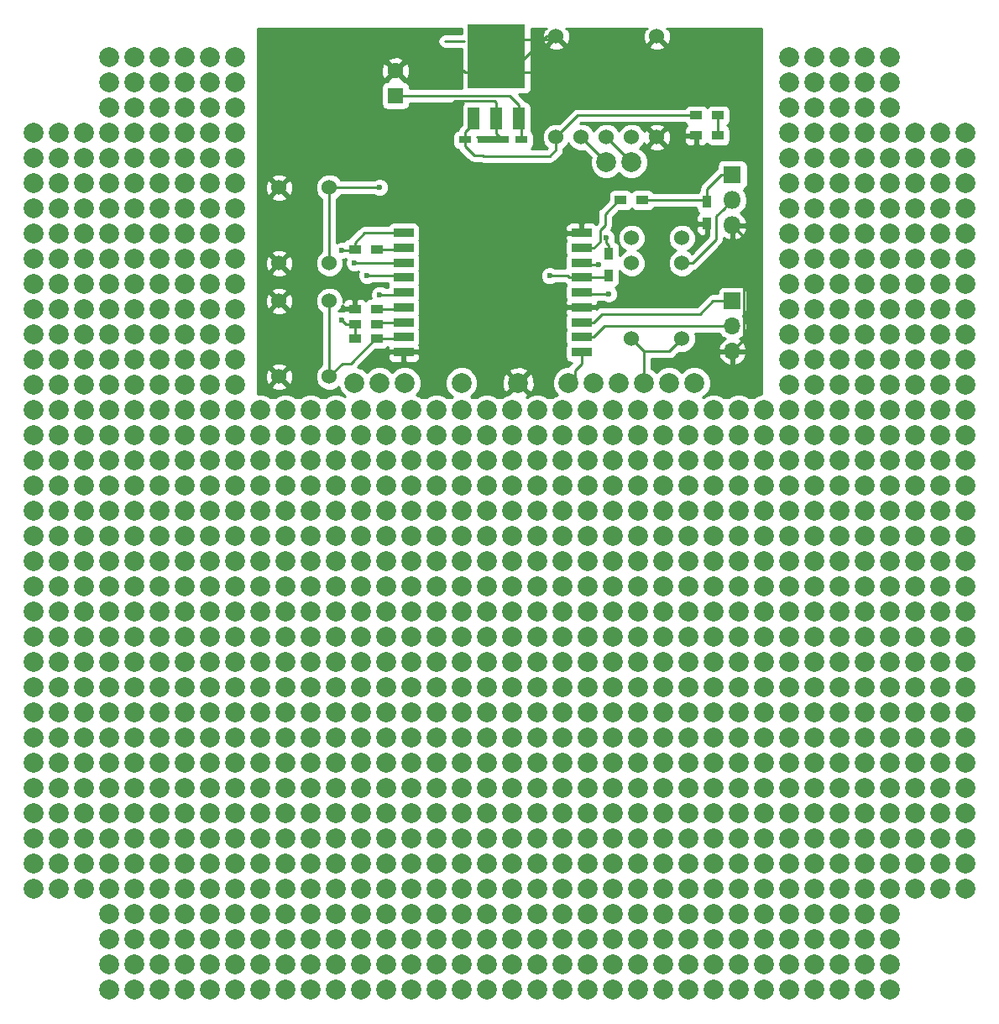
<source format=gbr>
G04 #@! TF.FileFunction,Copper,L1,Top,Signal*
%FSLAX46Y46*%
G04 Gerber Fmt 4.6, Leading zero omitted, Abs format (unit mm)*
G04 Created by KiCad (PCBNEW 4.0.6) date 07/25/17 01:39:03*
%MOMM*%
%LPD*%
G01*
G04 APERTURE LIST*
%ADD10C,0.100000*%
%ADD11C,2.000000*%
%ADD12R,1.200000X0.750000*%
%ADD13R,1.600000X1.600000*%
%ADD14C,1.600000*%
%ADD15R,1.200000X0.900000*%
%ADD16R,1.700000X1.700000*%
%ADD17O,1.700000X1.700000*%
%ADD18C,1.524000*%
%ADD19R,1.800000X1.800000*%
%ADD20O,1.800000X1.800000*%
%ADD21R,0.900000X1.200000*%
%ADD22R,2.000000X0.900000*%
%ADD23R,1.200000X2.200000*%
%ADD24R,5.800000X6.400000*%
%ADD25R,2.750000X3.050000*%
%ADD26C,0.600000*%
%ADD27C,0.250000*%
%ADD28C,0.254000*%
G04 APERTURE END LIST*
D10*
D11*
X72820000Y-53630000D03*
X70280000Y-56170000D03*
X72820000Y-56170000D03*
X72820000Y-58710000D03*
X70280000Y-53630000D03*
X70280000Y-58710000D03*
X67740000Y-58710000D03*
X67740000Y-53630000D03*
X65200000Y-56170000D03*
X67740000Y-56170000D03*
X65200000Y-53630000D03*
X65200000Y-58710000D03*
X60120000Y-53630000D03*
X62660000Y-56170000D03*
X60120000Y-56170000D03*
X62660000Y-53630000D03*
X62660000Y-58710000D03*
X60120000Y-58710000D03*
X72820000Y-61250000D03*
X70280000Y-61250000D03*
X67740000Y-61250000D03*
X52500000Y-61250000D03*
X57580000Y-61250000D03*
X55040000Y-61250000D03*
X60120000Y-61250000D03*
X62660000Y-61250000D03*
X65200000Y-61250000D03*
X67740000Y-63790000D03*
X70280000Y-66330000D03*
X72820000Y-66330000D03*
X67740000Y-66330000D03*
X70280000Y-63790000D03*
X72820000Y-63790000D03*
X62660000Y-66330000D03*
X65200000Y-63790000D03*
X65200000Y-66330000D03*
X62660000Y-63790000D03*
X60120000Y-63790000D03*
X60120000Y-66330000D03*
X52500000Y-66330000D03*
X55040000Y-63790000D03*
X57580000Y-63790000D03*
X55040000Y-66330000D03*
X52500000Y-63790000D03*
X57580000Y-66330000D03*
X67740000Y-71410000D03*
X65200000Y-73950000D03*
X67740000Y-73950000D03*
X67740000Y-68870000D03*
X65200000Y-71410000D03*
X62660000Y-68870000D03*
X65200000Y-68870000D03*
X62660000Y-71410000D03*
X62660000Y-73950000D03*
X57580000Y-71410000D03*
X57580000Y-68870000D03*
X60120000Y-71410000D03*
X60120000Y-68870000D03*
X60120000Y-73950000D03*
X55040000Y-68870000D03*
X55040000Y-71410000D03*
X52500000Y-68870000D03*
X52500000Y-73950000D03*
X52500000Y-71410000D03*
X70280000Y-68870000D03*
X70280000Y-73950000D03*
X72820000Y-68870000D03*
X70280000Y-71410000D03*
X72820000Y-73950000D03*
X72820000Y-71410000D03*
X55040000Y-73950000D03*
X57580000Y-73950000D03*
X67740000Y-76490000D03*
X70280000Y-79030000D03*
X72820000Y-79030000D03*
X67740000Y-79030000D03*
X70280000Y-76490000D03*
X72820000Y-76490000D03*
X62660000Y-79030000D03*
X65200000Y-76490000D03*
X65200000Y-79030000D03*
X62660000Y-76490000D03*
X60120000Y-76490000D03*
X60120000Y-79030000D03*
X52500000Y-79030000D03*
X55040000Y-76490000D03*
X57580000Y-76490000D03*
X55040000Y-79030000D03*
X52500000Y-76490000D03*
X57580000Y-79030000D03*
X67740000Y-84110000D03*
X65200000Y-86650000D03*
X67740000Y-86650000D03*
X67740000Y-81570000D03*
X65200000Y-84110000D03*
X62660000Y-81570000D03*
X65200000Y-81570000D03*
X62660000Y-84110000D03*
X62660000Y-86650000D03*
X57580000Y-84110000D03*
X57580000Y-81570000D03*
X60120000Y-84110000D03*
X60120000Y-81570000D03*
X60120000Y-86650000D03*
X55040000Y-81570000D03*
X55040000Y-84110000D03*
X52500000Y-81570000D03*
X52500000Y-86650000D03*
X52500000Y-84110000D03*
X70280000Y-81570000D03*
X70280000Y-86650000D03*
X72820000Y-81570000D03*
X70280000Y-84110000D03*
X72820000Y-86650000D03*
X72820000Y-84110000D03*
X55040000Y-86650000D03*
X57580000Y-86650000D03*
X133780000Y-53630000D03*
X133780000Y-56170000D03*
X138860000Y-53630000D03*
X136320000Y-53630000D03*
X133780000Y-58710000D03*
X138860000Y-58710000D03*
X136320000Y-58710000D03*
X136320000Y-56170000D03*
X138860000Y-56170000D03*
X131240000Y-53630000D03*
X131240000Y-56170000D03*
X128700000Y-53630000D03*
X131240000Y-58710000D03*
X128700000Y-56170000D03*
X128700000Y-58710000D03*
X143940000Y-61250000D03*
X141400000Y-61250000D03*
X146480000Y-61250000D03*
X136320000Y-61250000D03*
X138860000Y-61250000D03*
X128700000Y-61250000D03*
X133780000Y-61250000D03*
X131240000Y-61250000D03*
X133780000Y-71410000D03*
X131240000Y-71410000D03*
X128700000Y-71410000D03*
X131240000Y-68870000D03*
X128700000Y-68870000D03*
X133780000Y-68870000D03*
X143940000Y-71410000D03*
X146480000Y-71410000D03*
X141400000Y-71410000D03*
X146480000Y-68870000D03*
X141400000Y-68870000D03*
X141400000Y-63790000D03*
X143940000Y-63790000D03*
X143940000Y-68870000D03*
X141400000Y-66330000D03*
X143940000Y-66330000D03*
X128700000Y-66330000D03*
X128700000Y-63790000D03*
X131240000Y-63790000D03*
X131240000Y-66330000D03*
X133780000Y-63790000D03*
X133780000Y-66330000D03*
X138860000Y-71410000D03*
X138860000Y-66330000D03*
X136320000Y-71410000D03*
X138860000Y-68870000D03*
X136320000Y-66330000D03*
X136320000Y-68870000D03*
X138860000Y-63790000D03*
X146480000Y-63790000D03*
X136320000Y-63790000D03*
X146480000Y-66330000D03*
X136320000Y-79030000D03*
X133780000Y-79030000D03*
X133780000Y-76490000D03*
X133780000Y-73950000D03*
X136320000Y-76490000D03*
X131240000Y-73950000D03*
X128700000Y-73950000D03*
X131240000Y-76490000D03*
X146480000Y-79030000D03*
X146480000Y-73950000D03*
X146480000Y-76490000D03*
X143940000Y-76490000D03*
X141400000Y-76490000D03*
X143940000Y-79030000D03*
X141400000Y-79030000D03*
X143940000Y-73950000D03*
X141400000Y-73950000D03*
X138860000Y-73950000D03*
X136320000Y-73950000D03*
X138860000Y-76490000D03*
X138860000Y-79030000D03*
X128700000Y-76490000D03*
X128700000Y-79030000D03*
X131240000Y-79030000D03*
X131240000Y-86650000D03*
X133780000Y-86650000D03*
X128700000Y-81570000D03*
X131240000Y-84110000D03*
X133780000Y-84110000D03*
X131240000Y-81570000D03*
X133780000Y-81570000D03*
X128700000Y-84110000D03*
X128700000Y-86650000D03*
X141400000Y-81570000D03*
X146480000Y-81570000D03*
X143940000Y-81570000D03*
X146480000Y-84110000D03*
X143940000Y-84110000D03*
X143940000Y-86650000D03*
X141400000Y-86650000D03*
X141400000Y-84110000D03*
X146480000Y-86650000D03*
X136320000Y-81570000D03*
X138860000Y-86650000D03*
X136320000Y-84110000D03*
X136320000Y-86650000D03*
X138860000Y-84110000D03*
X138860000Y-81570000D03*
X136320000Y-94270000D03*
X136320000Y-96810000D03*
X146480000Y-94270000D03*
X143940000Y-89190000D03*
X146480000Y-91730000D03*
X146480000Y-89190000D03*
X143940000Y-91730000D03*
X138860000Y-89190000D03*
X136320000Y-89190000D03*
X141400000Y-91730000D03*
X141400000Y-89190000D03*
X136320000Y-91730000D03*
X138860000Y-91730000D03*
X138860000Y-96810000D03*
X143940000Y-94270000D03*
X141400000Y-96810000D03*
X141400000Y-94270000D03*
X138860000Y-94270000D03*
X146480000Y-96810000D03*
X143940000Y-96810000D03*
X133780000Y-91730000D03*
X131240000Y-89190000D03*
X131240000Y-91730000D03*
X133780000Y-89190000D03*
X121080000Y-94270000D03*
X121080000Y-96810000D03*
X123620000Y-94270000D03*
X123620000Y-96810000D03*
X126160000Y-94270000D03*
X128700000Y-96810000D03*
X126160000Y-96810000D03*
X128700000Y-94270000D03*
X121080000Y-91730000D03*
X121080000Y-89190000D03*
X128700000Y-89190000D03*
X126160000Y-91730000D03*
X128700000Y-91730000D03*
X123620000Y-91730000D03*
X123620000Y-89190000D03*
X126160000Y-89190000D03*
X133780000Y-94270000D03*
X133780000Y-96810000D03*
X131240000Y-96810000D03*
X131240000Y-94270000D03*
X88060000Y-89190000D03*
X88060000Y-91730000D03*
X85520000Y-89190000D03*
X85520000Y-91730000D03*
X67740000Y-89190000D03*
X67740000Y-91730000D03*
X70280000Y-91730000D03*
X70280000Y-89190000D03*
X82980000Y-91730000D03*
X82980000Y-89190000D03*
X77900000Y-91730000D03*
X77900000Y-94270000D03*
X80440000Y-91730000D03*
X80440000Y-89190000D03*
X77900000Y-89190000D03*
X70280000Y-94270000D03*
X72820000Y-89190000D03*
X75360000Y-91730000D03*
X75360000Y-94270000D03*
X75360000Y-89190000D03*
X72820000Y-94270000D03*
X72820000Y-91730000D03*
X75360000Y-96810000D03*
X77900000Y-96810000D03*
X65200000Y-96810000D03*
X67740000Y-96810000D03*
X72820000Y-96810000D03*
X70280000Y-96810000D03*
X67740000Y-94270000D03*
X65200000Y-89190000D03*
X65200000Y-91730000D03*
X65200000Y-94270000D03*
X57580000Y-96810000D03*
X60120000Y-94270000D03*
X57580000Y-94270000D03*
X62660000Y-89190000D03*
X60120000Y-89190000D03*
X60120000Y-91730000D03*
X62660000Y-91730000D03*
X62660000Y-94270000D03*
X62660000Y-96810000D03*
X60120000Y-96810000D03*
X52500000Y-91730000D03*
X55040000Y-94270000D03*
X52500000Y-94270000D03*
X52500000Y-89190000D03*
X55040000Y-96810000D03*
X52500000Y-96810000D03*
X57580000Y-89190000D03*
X55040000Y-89190000D03*
X57580000Y-91730000D03*
X55040000Y-91730000D03*
X80440000Y-94270000D03*
X82980000Y-94270000D03*
X82980000Y-96810000D03*
X80440000Y-96810000D03*
X85520000Y-94270000D03*
X88060000Y-94270000D03*
X88060000Y-96810000D03*
X85520000Y-96810000D03*
X90600000Y-96810000D03*
X93140000Y-94270000D03*
X93140000Y-96810000D03*
X90600000Y-94270000D03*
X90600000Y-91730000D03*
X93140000Y-91730000D03*
X93140000Y-89190000D03*
X90600000Y-89190000D03*
X95680000Y-91730000D03*
X100760000Y-89190000D03*
X100760000Y-91730000D03*
X98220000Y-91730000D03*
X95680000Y-89190000D03*
X98220000Y-89190000D03*
X103300000Y-96810000D03*
X105840000Y-96810000D03*
X105840000Y-94270000D03*
X103300000Y-94270000D03*
X103300000Y-89190000D03*
X105840000Y-89190000D03*
X103300000Y-91730000D03*
X105840000Y-91730000D03*
X95680000Y-94270000D03*
X98220000Y-96810000D03*
X95680000Y-96810000D03*
X100760000Y-94270000D03*
X100760000Y-96810000D03*
X98220000Y-94270000D03*
X118540000Y-94270000D03*
X116000000Y-96810000D03*
X116000000Y-94270000D03*
X118540000Y-96810000D03*
X118540000Y-91730000D03*
X116000000Y-89190000D03*
X116000000Y-91730000D03*
X118540000Y-89190000D03*
X113460000Y-96810000D03*
X108380000Y-94270000D03*
X110920000Y-96810000D03*
X113460000Y-94270000D03*
X110920000Y-94270000D03*
X108380000Y-96810000D03*
X108380000Y-91730000D03*
X113460000Y-91730000D03*
X113460000Y-89190000D03*
X110920000Y-89190000D03*
X110920000Y-91730000D03*
X108380000Y-89190000D03*
X60120000Y-104430000D03*
X62660000Y-104430000D03*
X60120000Y-101890000D03*
X60120000Y-99350000D03*
X62660000Y-101890000D03*
X62660000Y-99350000D03*
X52500000Y-114590000D03*
X52500000Y-117130000D03*
X55040000Y-117130000D03*
X55040000Y-114590000D03*
X60120000Y-117130000D03*
X62660000Y-114590000D03*
X62660000Y-117130000D03*
X60120000Y-114590000D03*
X55040000Y-101890000D03*
X57580000Y-101890000D03*
X52500000Y-99350000D03*
X57580000Y-99350000D03*
X52500000Y-101890000D03*
X55040000Y-99350000D03*
X57580000Y-114590000D03*
X57580000Y-117130000D03*
X55040000Y-112050000D03*
X52500000Y-112050000D03*
X55040000Y-104430000D03*
X52500000Y-104430000D03*
X57580000Y-104430000D03*
X52500000Y-106970000D03*
X52500000Y-109510000D03*
X55040000Y-106970000D03*
X55040000Y-109510000D03*
X57580000Y-109510000D03*
X57580000Y-106970000D03*
X60120000Y-106970000D03*
X62660000Y-106970000D03*
X62660000Y-112050000D03*
X62660000Y-109510000D03*
X60120000Y-109510000D03*
X57580000Y-112050000D03*
X60120000Y-112050000D03*
X77900000Y-117130000D03*
X77900000Y-114590000D03*
X70280000Y-117130000D03*
X65200000Y-117130000D03*
X67740000Y-117130000D03*
X70280000Y-109510000D03*
X65200000Y-114590000D03*
X70280000Y-114590000D03*
X67740000Y-114590000D03*
X70280000Y-112050000D03*
X67740000Y-112050000D03*
X65200000Y-109510000D03*
X67740000Y-109510000D03*
X65200000Y-112050000D03*
X75360000Y-114590000D03*
X72820000Y-117130000D03*
X75360000Y-117130000D03*
X72820000Y-114590000D03*
X77900000Y-109510000D03*
X72820000Y-109510000D03*
X75360000Y-109510000D03*
X75360000Y-112050000D03*
X77900000Y-112050000D03*
X72820000Y-112050000D03*
X85520000Y-104430000D03*
X85520000Y-106970000D03*
X88060000Y-106970000D03*
X88060000Y-104430000D03*
X88060000Y-101890000D03*
X70280000Y-101890000D03*
X67740000Y-99350000D03*
X67740000Y-101890000D03*
X72820000Y-101890000D03*
X72820000Y-99350000D03*
X70280000Y-99350000D03*
X75360000Y-99350000D03*
X77900000Y-99350000D03*
X75360000Y-101890000D03*
X77900000Y-101890000D03*
X80440000Y-99350000D03*
X70280000Y-106970000D03*
X72820000Y-104430000D03*
X72820000Y-106970000D03*
X75360000Y-106970000D03*
X75360000Y-104430000D03*
X70280000Y-104430000D03*
X67740000Y-106970000D03*
X65200000Y-101890000D03*
X65200000Y-99350000D03*
X67740000Y-104430000D03*
X65200000Y-104430000D03*
X65200000Y-106970000D03*
X77900000Y-104430000D03*
X77900000Y-106970000D03*
X82980000Y-106970000D03*
X80440000Y-101890000D03*
X80440000Y-104430000D03*
X80440000Y-106970000D03*
X82980000Y-104430000D03*
X85520000Y-99350000D03*
X88060000Y-99350000D03*
X82980000Y-99350000D03*
X85520000Y-101890000D03*
X82980000Y-101890000D03*
X116000000Y-117130000D03*
X116000000Y-114590000D03*
X118540000Y-117130000D03*
X118540000Y-114590000D03*
X113460000Y-117130000D03*
X110920000Y-114590000D03*
X113460000Y-114590000D03*
X110920000Y-117130000D03*
X110920000Y-109510000D03*
X110920000Y-112050000D03*
X113460000Y-112050000D03*
X113460000Y-109510000D03*
X116000000Y-112050000D03*
X116000000Y-109510000D03*
X118540000Y-109510000D03*
X118540000Y-112050000D03*
X123620000Y-117130000D03*
X121080000Y-114590000D03*
X121080000Y-117130000D03*
X123620000Y-114590000D03*
X136320000Y-109510000D03*
X131240000Y-109510000D03*
X133780000Y-112050000D03*
X131240000Y-112050000D03*
X133780000Y-109510000D03*
X133780000Y-114590000D03*
X136320000Y-117130000D03*
X133780000Y-117130000D03*
X136320000Y-112050000D03*
X136320000Y-114590000D03*
X123620000Y-109510000D03*
X123620000Y-112050000D03*
X121080000Y-109510000D03*
X121080000Y-112050000D03*
X126160000Y-109510000D03*
X128700000Y-112050000D03*
X128700000Y-109510000D03*
X126160000Y-112050000D03*
X126160000Y-114590000D03*
X126160000Y-117130000D03*
X131240000Y-114590000D03*
X128700000Y-114590000D03*
X131240000Y-117130000D03*
X128700000Y-117130000D03*
X108380000Y-101890000D03*
X108380000Y-99350000D03*
X110920000Y-99350000D03*
X113460000Y-99350000D03*
X110920000Y-101890000D03*
X113460000Y-101890000D03*
X116000000Y-106970000D03*
X121080000Y-104430000D03*
X116000000Y-104430000D03*
X123620000Y-104430000D03*
X123620000Y-106970000D03*
X121080000Y-106970000D03*
X118540000Y-106970000D03*
X118540000Y-104430000D03*
X126160000Y-101890000D03*
X128700000Y-106970000D03*
X128700000Y-104430000D03*
X126160000Y-104430000D03*
X128700000Y-101890000D03*
X126160000Y-99350000D03*
X128700000Y-99350000D03*
X126160000Y-106970000D03*
X116000000Y-99350000D03*
X116000000Y-101890000D03*
X121080000Y-101890000D03*
X123620000Y-101890000D03*
X123620000Y-99350000D03*
X121080000Y-99350000D03*
X118540000Y-99350000D03*
X118540000Y-101890000D03*
X108380000Y-106970000D03*
X113460000Y-106970000D03*
X110920000Y-106970000D03*
X108380000Y-104430000D03*
X110920000Y-104430000D03*
X113460000Y-104430000D03*
X146480000Y-101890000D03*
X146480000Y-106970000D03*
X146480000Y-104430000D03*
X146480000Y-99350000D03*
X143940000Y-99350000D03*
X136320000Y-99350000D03*
X136320000Y-101890000D03*
X133780000Y-99350000D03*
X131240000Y-99350000D03*
X136320000Y-106970000D03*
X133780000Y-106970000D03*
X136320000Y-104430000D03*
X133780000Y-104430000D03*
X133780000Y-101890000D03*
X131240000Y-104430000D03*
X131240000Y-101890000D03*
X131240000Y-106970000D03*
X141400000Y-101890000D03*
X138860000Y-101890000D03*
X141400000Y-99350000D03*
X138860000Y-99350000D03*
X143940000Y-104430000D03*
X143940000Y-101890000D03*
X141400000Y-104430000D03*
X138860000Y-104430000D03*
X138860000Y-109510000D03*
X138860000Y-112050000D03*
X138860000Y-106970000D03*
X141400000Y-109510000D03*
X143940000Y-106970000D03*
X141400000Y-106970000D03*
X141400000Y-112050000D03*
X105840000Y-106970000D03*
X103300000Y-106970000D03*
X100760000Y-106970000D03*
X100760000Y-104430000D03*
X100760000Y-101890000D03*
X98220000Y-99350000D03*
X98220000Y-101890000D03*
X98220000Y-104430000D03*
X100760000Y-99350000D03*
X90600000Y-99350000D03*
X95680000Y-99350000D03*
X93140000Y-101890000D03*
X90600000Y-101890000D03*
X95680000Y-101890000D03*
X93140000Y-99350000D03*
X105840000Y-101890000D03*
X105840000Y-104430000D03*
X103300000Y-99350000D03*
X105840000Y-99350000D03*
X103300000Y-101890000D03*
X103300000Y-104430000D03*
X98220000Y-106970000D03*
X90600000Y-104430000D03*
X95680000Y-106970000D03*
X93140000Y-106970000D03*
X90600000Y-106970000D03*
X95680000Y-104430000D03*
X93140000Y-104430000D03*
X146480000Y-109510000D03*
X146480000Y-114590000D03*
X143940000Y-109510000D03*
X146480000Y-112050000D03*
X143940000Y-112050000D03*
X138860000Y-114590000D03*
X141400000Y-114590000D03*
X143940000Y-114590000D03*
X138860000Y-117130000D03*
X143940000Y-117130000D03*
X141400000Y-117130000D03*
X146480000Y-117130000D03*
X100760000Y-117130000D03*
X103300000Y-117130000D03*
X100760000Y-114590000D03*
X103300000Y-114590000D03*
X105840000Y-109510000D03*
X108380000Y-112050000D03*
X105840000Y-112050000D03*
X108380000Y-109510000D03*
X108380000Y-114590000D03*
X105840000Y-117130000D03*
X105840000Y-114590000D03*
X108380000Y-117130000D03*
X100760000Y-109510000D03*
X100760000Y-112050000D03*
X103300000Y-112050000D03*
X103300000Y-109510000D03*
X95680000Y-109510000D03*
X98220000Y-112050000D03*
X95680000Y-112050000D03*
X98220000Y-109510000D03*
X93140000Y-112050000D03*
X93140000Y-109510000D03*
X90600000Y-112050000D03*
X90600000Y-109510000D03*
X82980000Y-109510000D03*
X85520000Y-109510000D03*
X80440000Y-112050000D03*
X80440000Y-109510000D03*
X82980000Y-114590000D03*
X80440000Y-114590000D03*
X82980000Y-112050000D03*
X85520000Y-114590000D03*
X88060000Y-114590000D03*
X88060000Y-109510000D03*
X88060000Y-112050000D03*
X85520000Y-112050000D03*
X85520000Y-117130000D03*
X82980000Y-117130000D03*
X80440000Y-117130000D03*
X90600000Y-117130000D03*
X88060000Y-117130000D03*
X93140000Y-117130000D03*
X93140000Y-114590000D03*
X90600000Y-114590000D03*
X95680000Y-114590000D03*
X95680000Y-117130000D03*
X98220000Y-117130000D03*
X98220000Y-114590000D03*
X55040000Y-124750000D03*
X55040000Y-127290000D03*
X57580000Y-127290000D03*
X57580000Y-124750000D03*
X60120000Y-124750000D03*
X67740000Y-127290000D03*
X62660000Y-124750000D03*
X60120000Y-127290000D03*
X62660000Y-127290000D03*
X65200000Y-127290000D03*
X65200000Y-124750000D03*
X67740000Y-124750000D03*
X52500000Y-124750000D03*
X52500000Y-119670000D03*
X52500000Y-122210000D03*
X52500000Y-127290000D03*
X60120000Y-122210000D03*
X55040000Y-122210000D03*
X57580000Y-122210000D03*
X60120000Y-119670000D03*
X55040000Y-119670000D03*
X62660000Y-119670000D03*
X62660000Y-122210000D03*
X57580000Y-119670000D03*
X65200000Y-122210000D03*
X65200000Y-119670000D03*
X70280000Y-127290000D03*
X70280000Y-124750000D03*
X67740000Y-119670000D03*
X70280000Y-119670000D03*
X67740000Y-122210000D03*
X70280000Y-122210000D03*
X146480000Y-122210000D03*
X146480000Y-124750000D03*
X146480000Y-119670000D03*
X141400000Y-122210000D03*
X138860000Y-119670000D03*
X141400000Y-119670000D03*
X138860000Y-122210000D03*
X143940000Y-119670000D03*
X143940000Y-124750000D03*
X141400000Y-124750000D03*
X143940000Y-122210000D03*
X138860000Y-124750000D03*
X146480000Y-127290000D03*
X141400000Y-127290000D03*
X143940000Y-127290000D03*
X138860000Y-127290000D03*
X72820000Y-122210000D03*
X75360000Y-119670000D03*
X77900000Y-122210000D03*
X77900000Y-119670000D03*
X72820000Y-119670000D03*
X75360000Y-122210000D03*
X72820000Y-124750000D03*
X72820000Y-127290000D03*
X77900000Y-124750000D03*
X77900000Y-127290000D03*
X75360000Y-127290000D03*
X75360000Y-124750000D03*
X116000000Y-127290000D03*
X116000000Y-119670000D03*
X116000000Y-122210000D03*
X116000000Y-124750000D03*
X105840000Y-127290000D03*
X108380000Y-127290000D03*
X113460000Y-127290000D03*
X110920000Y-127290000D03*
X108380000Y-124750000D03*
X108380000Y-122210000D03*
X108380000Y-119670000D03*
X110920000Y-119670000D03*
X113460000Y-119670000D03*
X110920000Y-124750000D03*
X110920000Y-122210000D03*
X113460000Y-122210000D03*
X113460000Y-124750000D03*
X105840000Y-122210000D03*
X105840000Y-124750000D03*
X100760000Y-124750000D03*
X103300000Y-119670000D03*
X100760000Y-119670000D03*
X105840000Y-119670000D03*
X103300000Y-122210000D03*
X100760000Y-122210000D03*
X133780000Y-127290000D03*
X136320000Y-124750000D03*
X133780000Y-124750000D03*
X136320000Y-119670000D03*
X136320000Y-122210000D03*
X136320000Y-127290000D03*
X131240000Y-124750000D03*
X121080000Y-124750000D03*
X123620000Y-124750000D03*
X123620000Y-127290000D03*
X121080000Y-127290000D03*
X118540000Y-127290000D03*
X133780000Y-119670000D03*
X133780000Y-122210000D03*
X126160000Y-122210000D03*
X128700000Y-122210000D03*
X131240000Y-119670000D03*
X126160000Y-119670000D03*
X128700000Y-119670000D03*
X131240000Y-122210000D03*
X118540000Y-124750000D03*
X121080000Y-122210000D03*
X123620000Y-122210000D03*
X123620000Y-119670000D03*
X121080000Y-119670000D03*
X118540000Y-119670000D03*
X118540000Y-122210000D03*
X126160000Y-127290000D03*
X128700000Y-127290000D03*
X131240000Y-127290000D03*
X128700000Y-124750000D03*
X126160000Y-124750000D03*
X98220000Y-119670000D03*
X98220000Y-122210000D03*
X90600000Y-119670000D03*
X93140000Y-119670000D03*
X95680000Y-119670000D03*
X93140000Y-122210000D03*
X90600000Y-122210000D03*
X95680000Y-122210000D03*
X85520000Y-124750000D03*
X85520000Y-119670000D03*
X88060000Y-119670000D03*
X88060000Y-124750000D03*
X88060000Y-122210000D03*
X85520000Y-122210000D03*
X82980000Y-124750000D03*
X82980000Y-122210000D03*
X80440000Y-122210000D03*
X80440000Y-119670000D03*
X80440000Y-124750000D03*
X82980000Y-119670000D03*
X82980000Y-127290000D03*
X85520000Y-127290000D03*
X88060000Y-127290000D03*
X80440000Y-127290000D03*
X98220000Y-124750000D03*
X100760000Y-127290000D03*
X98220000Y-127290000D03*
X103300000Y-127290000D03*
X103300000Y-124750000D03*
X90600000Y-124750000D03*
X93140000Y-124750000D03*
X93140000Y-127290000D03*
X90600000Y-127290000D03*
X95680000Y-124750000D03*
X95680000Y-127290000D03*
X133780000Y-137450000D03*
X133780000Y-129830000D03*
X136320000Y-137450000D03*
X136320000Y-129830000D03*
X136320000Y-134910000D03*
X136320000Y-132370000D03*
X133780000Y-132370000D03*
X133780000Y-134910000D03*
X143940000Y-134910000D03*
X141400000Y-134910000D03*
X138860000Y-134910000D03*
X138860000Y-129830000D03*
X138860000Y-132370000D03*
X141400000Y-132370000D03*
X143940000Y-132370000D03*
X141400000Y-129830000D03*
X143940000Y-129830000D03*
X146480000Y-134910000D03*
X146480000Y-137450000D03*
X146480000Y-132370000D03*
X146480000Y-129830000D03*
X141400000Y-137450000D03*
X138860000Y-137450000D03*
X143940000Y-137450000D03*
X105840000Y-132370000D03*
X103300000Y-129830000D03*
X108380000Y-132370000D03*
X105840000Y-129830000D03*
X103300000Y-132370000D03*
X108380000Y-129830000D03*
X98220000Y-129830000D03*
X98220000Y-134910000D03*
X100760000Y-134910000D03*
X98220000Y-132370000D03*
X100760000Y-132370000D03*
X100760000Y-129830000D03*
X100760000Y-137450000D03*
X98220000Y-137450000D03*
X103300000Y-137450000D03*
X105840000Y-134910000D03*
X103300000Y-134910000D03*
X105840000Y-137450000D03*
X108380000Y-137450000D03*
X108380000Y-134910000D03*
X82980000Y-134910000D03*
X82980000Y-137450000D03*
X85520000Y-134910000D03*
X88060000Y-134910000D03*
X88060000Y-137450000D03*
X88060000Y-132370000D03*
X85520000Y-132370000D03*
X85520000Y-137450000D03*
X88060000Y-129830000D03*
X85520000Y-129830000D03*
X82980000Y-129830000D03*
X82980000Y-132370000D03*
X90600000Y-134910000D03*
X93140000Y-137450000D03*
X90600000Y-137450000D03*
X95680000Y-134910000D03*
X93140000Y-134910000D03*
X95680000Y-137450000D03*
X90600000Y-129830000D03*
X93140000Y-129830000D03*
X95680000Y-129830000D03*
X93140000Y-132370000D03*
X90600000Y-132370000D03*
X95680000Y-132370000D03*
X131240000Y-132370000D03*
X131240000Y-134910000D03*
X131240000Y-137450000D03*
X123620000Y-134910000D03*
X121080000Y-137450000D03*
X121080000Y-134910000D03*
X123620000Y-137450000D03*
X126160000Y-137450000D03*
X126160000Y-134910000D03*
X118540000Y-137450000D03*
X118540000Y-134910000D03*
X110920000Y-134910000D03*
X113460000Y-137450000D03*
X113460000Y-134910000D03*
X116000000Y-134910000D03*
X110920000Y-137450000D03*
X116000000Y-137450000D03*
X110920000Y-132370000D03*
X116000000Y-132370000D03*
X116000000Y-129830000D03*
X110920000Y-129830000D03*
X113460000Y-132370000D03*
X113460000Y-129830000D03*
X128700000Y-137450000D03*
X131240000Y-129830000D03*
X128700000Y-132370000D03*
X128700000Y-134910000D03*
X128700000Y-129830000D03*
X123620000Y-129830000D03*
X121080000Y-132370000D03*
X126160000Y-132370000D03*
X118540000Y-129830000D03*
X118540000Y-132370000D03*
X123620000Y-132370000D03*
X126160000Y-129830000D03*
X121080000Y-129830000D03*
X52500000Y-134910000D03*
X52500000Y-137450000D03*
X55040000Y-134910000D03*
X55040000Y-137450000D03*
X57580000Y-137450000D03*
X57580000Y-134910000D03*
X60120000Y-132370000D03*
X60120000Y-134910000D03*
X62660000Y-134910000D03*
X60120000Y-137450000D03*
X62660000Y-137450000D03*
X52500000Y-132370000D03*
X52500000Y-129830000D03*
X57580000Y-129830000D03*
X55040000Y-129830000D03*
X55040000Y-132370000D03*
X57580000Y-132370000D03*
X60120000Y-129830000D03*
X62660000Y-129830000D03*
X65200000Y-137450000D03*
X65200000Y-132370000D03*
X65200000Y-134910000D03*
X62660000Y-132370000D03*
X65200000Y-129830000D03*
X67740000Y-137450000D03*
X67740000Y-134910000D03*
X70280000Y-137450000D03*
X72820000Y-134910000D03*
X72820000Y-137450000D03*
X70280000Y-134910000D03*
X75360000Y-129830000D03*
X80440000Y-132370000D03*
X77900000Y-132370000D03*
X77900000Y-129830000D03*
X80440000Y-129830000D03*
X75360000Y-132370000D03*
X67740000Y-129830000D03*
X70280000Y-129830000D03*
X72820000Y-129830000D03*
X70280000Y-132370000D03*
X67740000Y-132370000D03*
X72820000Y-132370000D03*
X80440000Y-137450000D03*
X77900000Y-137450000D03*
X75360000Y-137450000D03*
X80440000Y-134910000D03*
X75360000Y-134910000D03*
X77900000Y-134910000D03*
X138860000Y-147610000D03*
X138860000Y-145070000D03*
X138860000Y-142530000D03*
X138860000Y-139990000D03*
X136320000Y-145070000D03*
X136320000Y-147610000D03*
X136320000Y-139990000D03*
X136320000Y-142530000D03*
X123620000Y-139990000D03*
X121080000Y-139990000D03*
X121080000Y-145070000D03*
X121080000Y-142530000D03*
X131240000Y-139990000D03*
X128700000Y-142530000D03*
X126160000Y-139990000D03*
X128700000Y-139990000D03*
X126160000Y-142530000D03*
X131240000Y-145070000D03*
X131240000Y-142530000D03*
X128700000Y-147610000D03*
X126160000Y-147610000D03*
X126160000Y-145070000D03*
X131240000Y-147610000D03*
X128700000Y-145070000D03*
X133780000Y-147610000D03*
X133780000Y-145070000D03*
X133780000Y-139990000D03*
X133780000Y-142530000D03*
X121080000Y-147610000D03*
X123620000Y-147610000D03*
X123620000Y-142530000D03*
X123620000Y-145070000D03*
X105840000Y-139990000D03*
X108380000Y-139990000D03*
X108380000Y-147610000D03*
X105840000Y-147610000D03*
X105840000Y-142530000D03*
X108380000Y-145070000D03*
X105840000Y-145070000D03*
X108380000Y-142530000D03*
X110920000Y-145070000D03*
X113460000Y-145070000D03*
X116000000Y-145070000D03*
X116000000Y-147610000D03*
X113460000Y-147610000D03*
X110920000Y-147610000D03*
X118540000Y-139990000D03*
X118540000Y-147610000D03*
X118540000Y-142530000D03*
X118540000Y-145070000D03*
X110920000Y-139990000D03*
X116000000Y-142530000D03*
X116000000Y-139990000D03*
X113460000Y-139990000D03*
X113460000Y-142530000D03*
X110920000Y-142530000D03*
X90600000Y-145070000D03*
X90600000Y-147610000D03*
X90600000Y-142530000D03*
X90600000Y-139990000D03*
X98220000Y-145070000D03*
X100760000Y-145070000D03*
X103300000Y-147610000D03*
X103300000Y-145070000D03*
X100760000Y-147610000D03*
X98220000Y-147610000D03*
X93140000Y-139990000D03*
X93140000Y-145070000D03*
X95680000Y-145070000D03*
X93140000Y-147610000D03*
X95680000Y-147610000D03*
X93140000Y-142530000D03*
X95680000Y-139990000D03*
X98220000Y-139990000D03*
X98220000Y-142530000D03*
X100760000Y-139990000D03*
X103300000Y-142530000D03*
X103300000Y-139990000D03*
X95680000Y-142530000D03*
X100760000Y-142530000D03*
X88060000Y-147610000D03*
X88060000Y-145070000D03*
X88060000Y-142530000D03*
X85520000Y-142530000D03*
X85520000Y-145070000D03*
X85520000Y-147610000D03*
X88060000Y-139990000D03*
X85520000Y-139990000D03*
X82980000Y-147610000D03*
X82980000Y-145070000D03*
X82980000Y-142530000D03*
X80440000Y-142530000D03*
X80440000Y-145070000D03*
X80440000Y-147610000D03*
X82980000Y-139990000D03*
X80440000Y-139990000D03*
X77900000Y-147610000D03*
X77900000Y-145070000D03*
X77900000Y-142530000D03*
X75360000Y-142530000D03*
X75360000Y-145070000D03*
X75360000Y-147610000D03*
X77900000Y-139990000D03*
X75360000Y-139990000D03*
X72820000Y-147610000D03*
X72820000Y-145070000D03*
X72820000Y-142530000D03*
X70280000Y-142530000D03*
X70280000Y-145070000D03*
X70280000Y-147610000D03*
X72820000Y-139990000D03*
X70280000Y-139990000D03*
X67740000Y-147610000D03*
X67740000Y-145070000D03*
X67740000Y-142530000D03*
X65200000Y-142530000D03*
X65200000Y-145070000D03*
X65200000Y-147610000D03*
X67740000Y-139990000D03*
X65200000Y-139990000D03*
X62660000Y-147610000D03*
X62660000Y-145070000D03*
X62660000Y-142530000D03*
X62660000Y-139990000D03*
X60120000Y-139990000D03*
X60120000Y-142530000D03*
X60120000Y-145070000D03*
D12*
X95990000Y-61950000D03*
X97890000Y-61950000D03*
X101700000Y-61950000D03*
X99800000Y-61950000D03*
D13*
X89000000Y-57500000D03*
D14*
X89000000Y-55000000D03*
D15*
X119300000Y-61500000D03*
X121500000Y-61500000D03*
D16*
X122950000Y-78190000D03*
D17*
X122950000Y-80730000D03*
X122950000Y-83270000D03*
D18*
X105170000Y-61680000D03*
X107710000Y-61680000D03*
X110250000Y-61680000D03*
X112790000Y-61680000D03*
X105170000Y-51520000D03*
X115330000Y-61680000D03*
X115330000Y-51520000D03*
D11*
X110250000Y-64220000D03*
X112790000Y-64220000D03*
X84850000Y-86445000D03*
X87390000Y-86445000D03*
X89930000Y-86445000D03*
X111520000Y-86445000D03*
X108980000Y-86445000D03*
X106440000Y-86445000D03*
D19*
X122950000Y-65490000D03*
D20*
X122950000Y-68030000D03*
X122950000Y-70570000D03*
D15*
X84900000Y-82000000D03*
X87100000Y-82000000D03*
X84900000Y-80500000D03*
X87100000Y-80500000D03*
X87100000Y-79000000D03*
X84900000Y-79000000D03*
X84900000Y-73000000D03*
X87100000Y-73000000D03*
D21*
X110500000Y-73400000D03*
X110500000Y-75600000D03*
D15*
X113890000Y-68030000D03*
X111690000Y-68030000D03*
D21*
X120410000Y-70400000D03*
X120410000Y-68200000D03*
D15*
X119300000Y-59500000D03*
X121500000Y-59500000D03*
D18*
X117870000Y-82000000D03*
X117870000Y-74380000D03*
X117870000Y-71840000D03*
X112790000Y-71840000D03*
X112790000Y-74380000D03*
X112790000Y-82000000D03*
X82310000Y-78190000D03*
X77230000Y-78190000D03*
X82310000Y-85810000D03*
X77230000Y-85810000D03*
X82310000Y-66760000D03*
X77230000Y-66760000D03*
X82310000Y-74380000D03*
X77230000Y-74380000D03*
D22*
X89820000Y-71330000D03*
X89820000Y-72830000D03*
X89820000Y-74330000D03*
X89820000Y-75830000D03*
X89820000Y-77330000D03*
X89820000Y-78830000D03*
X89820000Y-80330000D03*
X89820000Y-81830000D03*
X89820000Y-83330000D03*
X107740000Y-83330000D03*
X107740000Y-81830000D03*
X107740000Y-80330000D03*
X107740000Y-78830000D03*
X107740000Y-77330000D03*
X107740000Y-75830000D03*
X107740000Y-74330000D03*
X107740000Y-72830000D03*
X107740000Y-71330000D03*
D23*
X96880000Y-59800000D03*
X99160000Y-59800000D03*
X101440000Y-59800000D03*
D24*
X99160000Y-53500000D03*
D25*
X100685000Y-51825000D03*
X97635000Y-55175000D03*
X97635000Y-51825000D03*
X100685000Y-55175000D03*
D11*
X116600000Y-86445000D03*
X119140000Y-86445000D03*
X114060000Y-86445000D03*
X95645000Y-86445000D03*
X101360000Y-86445000D03*
X60120000Y-147610000D03*
D26*
X110250000Y-71840000D03*
X83580000Y-73110000D03*
X83580000Y-80095000D03*
X84850000Y-74380000D03*
X86120000Y-75650000D03*
X87390000Y-77555000D03*
X109500000Y-74500000D03*
X110500000Y-77500000D03*
X87390000Y-66760000D03*
X104535000Y-75650000D03*
D27*
X94000000Y-52000000D02*
X95880999Y-52000000D01*
X119300000Y-59500000D02*
X107350000Y-59500000D01*
X107350000Y-59500000D02*
X105170000Y-61680000D01*
X95990000Y-61950000D02*
X95990000Y-62605000D01*
X104535000Y-63585000D02*
X105170000Y-62950000D01*
X95990000Y-62605000D02*
X96915000Y-63530000D01*
X96915000Y-63530000D02*
X97795000Y-63530000D01*
X97795000Y-63530000D02*
X97850000Y-63585000D01*
X97850000Y-63585000D02*
X104535000Y-63585000D01*
X105170000Y-62950000D02*
X105170000Y-61680000D01*
X96880000Y-59800000D02*
X96880000Y-60300000D01*
X96880000Y-60300000D02*
X95990000Y-61190000D01*
X95990000Y-61190000D02*
X95990000Y-61325000D01*
X95990000Y-61325000D02*
X95990000Y-61950000D01*
X122950000Y-83270000D02*
X124125001Y-82094999D01*
X124125001Y-82094999D02*
X124125001Y-71745001D01*
X124125001Y-71745001D02*
X123849999Y-71469999D01*
X123849999Y-71469999D02*
X122950000Y-70570000D01*
X99160000Y-59800000D02*
X99160000Y-61310000D01*
X99160000Y-61310000D02*
X99800000Y-61950000D01*
X104175000Y-55175000D02*
X105000000Y-56000000D01*
X100685000Y-55175000D02*
X104175000Y-55175000D01*
X100685000Y-51825000D02*
X100685000Y-55175000D01*
X97635000Y-51825000D02*
X100685000Y-51825000D01*
X97635000Y-55175000D02*
X97635000Y-51825000D01*
X100685000Y-55175000D02*
X97635000Y-55175000D01*
X100685000Y-55175000D02*
X100685000Y-55025000D01*
X100685000Y-55025000D02*
X104190000Y-51520000D01*
X104190000Y-51520000D02*
X105170000Y-51520000D01*
X97635000Y-51825000D02*
X104865000Y-51825000D01*
X104865000Y-51825000D02*
X105170000Y-51520000D01*
X95835000Y-55000000D02*
X94000000Y-55000000D01*
X97635000Y-55175000D02*
X96010000Y-55175000D01*
X96010000Y-55175000D02*
X95835000Y-55000000D01*
X95000000Y-58000000D02*
X93000000Y-60000000D01*
X99000000Y-58000000D02*
X95000000Y-58000000D01*
X99160000Y-58160000D02*
X99000000Y-58000000D01*
X99160000Y-59800000D02*
X99160000Y-58160000D01*
X100260000Y-61680000D02*
X97200000Y-61680000D01*
X110250000Y-72300000D02*
X110250000Y-71840000D01*
X110500000Y-73400000D02*
X110500000Y-72550000D01*
X110500000Y-72550000D02*
X110250000Y-72300000D01*
X101700000Y-61950000D02*
X101700000Y-60060000D01*
X101700000Y-60060000D02*
X101440000Y-59800000D01*
X101440000Y-59800000D02*
X101440000Y-58450000D01*
X101440000Y-58450000D02*
X100490000Y-57500000D01*
X100490000Y-57500000D02*
X90050000Y-57500000D01*
X90050000Y-57500000D02*
X89000000Y-57500000D01*
X83580000Y-73110000D02*
X84790000Y-73110000D01*
X84790000Y-73110000D02*
X84900000Y-73000000D01*
X84900000Y-80500000D02*
X83985000Y-80500000D01*
X83985000Y-80500000D02*
X83580000Y-80095000D01*
X84900000Y-82000000D02*
X84900000Y-80500000D01*
X89820000Y-71330000D02*
X85870000Y-71330000D01*
X85870000Y-71330000D02*
X84900000Y-72300000D01*
X84900000Y-72300000D02*
X84900000Y-73000000D01*
X121500000Y-59500000D02*
X121500000Y-61500000D01*
X108990000Y-80330000D02*
X109820000Y-79500000D01*
X109820000Y-79500000D02*
X119690000Y-79500000D01*
X121000000Y-78190000D02*
X122950000Y-78190000D01*
X119690000Y-79500000D02*
X121000000Y-78190000D01*
X107740000Y-80330000D02*
X108990000Y-80330000D01*
X122950000Y-80730000D02*
X110500000Y-80730000D01*
X107740000Y-81830000D02*
X108990000Y-81830000D01*
X108990000Y-81830000D02*
X110090000Y-80730000D01*
X110090000Y-80730000D02*
X110500000Y-80730000D01*
X110250000Y-64220000D02*
X109250001Y-63220001D01*
X109250001Y-63220001D02*
X107710000Y-61680000D01*
X110250000Y-61680000D02*
X112790000Y-64220000D01*
X89820000Y-74330000D02*
X84900000Y-74330000D01*
X84900000Y-74330000D02*
X84850000Y-74380000D01*
X86120000Y-75650000D02*
X89640000Y-75650000D01*
X89640000Y-75650000D02*
X89820000Y-75830000D01*
X87390000Y-77555000D02*
X89595000Y-77555000D01*
X89595000Y-77555000D02*
X89820000Y-77330000D01*
X109500000Y-74500000D02*
X107910000Y-74500000D01*
X107910000Y-74500000D02*
X107740000Y-74330000D01*
X110500000Y-77500000D02*
X107910000Y-77500000D01*
X107910000Y-77500000D02*
X107740000Y-77330000D01*
X107075000Y-85175000D02*
X107740000Y-84510000D01*
X107075000Y-85175000D02*
X107075000Y-85810000D01*
X107075000Y-85810000D02*
X106440000Y-86445000D01*
X107740000Y-84510000D02*
X107740000Y-83330000D01*
X113890000Y-68030000D02*
X120240000Y-68030000D01*
X120240000Y-68030000D02*
X120410000Y-68200000D01*
X120410000Y-68200000D02*
X120410000Y-66880000D01*
X120410000Y-66880000D02*
X121800000Y-65490000D01*
X121800000Y-65490000D02*
X122950000Y-65490000D01*
X117870000Y-74380000D02*
X118947630Y-74380000D01*
X118947630Y-74380000D02*
X121327630Y-72000000D01*
X121327630Y-72000000D02*
X121327630Y-69652370D01*
X121327630Y-69652370D02*
X122050001Y-68929999D01*
X122050001Y-68929999D02*
X122950000Y-68030000D01*
X82310000Y-78190000D02*
X82310000Y-85810000D01*
X82310000Y-85810000D02*
X83635001Y-84484999D01*
X83635001Y-84484999D02*
X84465001Y-84484999D01*
X84465001Y-84484999D02*
X86950000Y-82000000D01*
X86950000Y-82000000D02*
X87100000Y-82000000D01*
X87100000Y-82000000D02*
X89650000Y-82000000D01*
X89650000Y-82000000D02*
X89820000Y-81830000D01*
X89820000Y-80330000D02*
X87270000Y-80330000D01*
X87270000Y-80330000D02*
X87100000Y-80500000D01*
X87100000Y-79000000D02*
X89650000Y-79000000D01*
X89650000Y-79000000D02*
X89820000Y-78830000D01*
X87100000Y-73000000D02*
X89650000Y-73000000D01*
X89650000Y-73000000D02*
X89820000Y-72830000D01*
X82310000Y-74380000D02*
X82310000Y-66760000D01*
X87390000Y-66760000D02*
X82310000Y-66760000D01*
X106310000Y-75650000D02*
X104535000Y-75650000D01*
X107740000Y-75830000D02*
X106490000Y-75830000D01*
X106490000Y-75830000D02*
X106310000Y-75650000D01*
X110500000Y-75600000D02*
X110500000Y-75750000D01*
X110500000Y-75750000D02*
X110420000Y-75830000D01*
X110420000Y-75830000D02*
X108990000Y-75830000D01*
X108990000Y-75830000D02*
X107740000Y-75830000D01*
X108990000Y-72830000D02*
X109615000Y-72205000D01*
X110120000Y-70570000D02*
X110120000Y-69430000D01*
X109615000Y-72205000D02*
X109615000Y-71075000D01*
X109615000Y-71075000D02*
X110120000Y-70570000D01*
X110120000Y-69430000D02*
X110140000Y-69430000D01*
X110140000Y-69430000D02*
X111540000Y-68030000D01*
X111540000Y-68030000D02*
X111690000Y-68030000D01*
X107740000Y-72830000D02*
X108990000Y-72830000D01*
X114060000Y-85175000D02*
X114060000Y-85810000D01*
X114060000Y-83270000D02*
X114060000Y-85175000D01*
X114060000Y-85175000D02*
X114060000Y-86445000D01*
X114060000Y-83270000D02*
X116600000Y-83270000D01*
X116600000Y-83270000D02*
X117870000Y-82000000D01*
X112790000Y-82000000D02*
X114060000Y-83270000D01*
D28*
G36*
X95625000Y-51240000D02*
X94000000Y-51240000D01*
X93709161Y-51297852D01*
X93462599Y-51462599D01*
X93297852Y-51709161D01*
X93240000Y-52000000D01*
X93297852Y-52290839D01*
X93462599Y-52537401D01*
X93709161Y-52702148D01*
X94000000Y-52760000D01*
X95625000Y-52760000D01*
X95625000Y-53476309D01*
X95634813Y-53500000D01*
X95625000Y-53523691D01*
X95625000Y-56740000D01*
X90447440Y-56740000D01*
X90447440Y-56700000D01*
X90403162Y-56464683D01*
X90264090Y-56248559D01*
X90051890Y-56103569D01*
X89813799Y-56055354D01*
X89828139Y-56007745D01*
X89000000Y-55179605D01*
X88171861Y-56007745D01*
X88186145Y-56055167D01*
X87964683Y-56096838D01*
X87748559Y-56235910D01*
X87603569Y-56448110D01*
X87552560Y-56700000D01*
X87552560Y-58300000D01*
X87596838Y-58535317D01*
X87735910Y-58751441D01*
X87948110Y-58896431D01*
X88200000Y-58947440D01*
X89800000Y-58947440D01*
X90035317Y-58903162D01*
X90251441Y-58764090D01*
X90396431Y-58551890D01*
X90447440Y-58300000D01*
X90447440Y-58260000D01*
X95812099Y-58260000D01*
X95683569Y-58448110D01*
X95632560Y-58700000D01*
X95632560Y-60472638D01*
X95452599Y-60652599D01*
X95287852Y-60899161D01*
X95278011Y-60948632D01*
X95154683Y-60971838D01*
X94938559Y-61110910D01*
X94793569Y-61323110D01*
X94742560Y-61575000D01*
X94742560Y-62325000D01*
X94786838Y-62560317D01*
X94925910Y-62776441D01*
X95138110Y-62921431D01*
X95331060Y-62960504D01*
X95452599Y-63142401D01*
X96377599Y-64067401D01*
X96624161Y-64232148D01*
X96915000Y-64290000D01*
X97573499Y-64290000D01*
X97850000Y-64345000D01*
X104535000Y-64345000D01*
X104825839Y-64287148D01*
X105072401Y-64122401D01*
X105707401Y-63487401D01*
X105872148Y-63240839D01*
X105930000Y-62950000D01*
X105930000Y-62877531D01*
X105960303Y-62865010D01*
X106353629Y-62472370D01*
X106439949Y-62264488D01*
X106524990Y-62470303D01*
X106917630Y-62863629D01*
X107430900Y-63076757D01*
X107986661Y-63077242D01*
X108019055Y-63063857D01*
X108683725Y-63728527D01*
X108615284Y-63893352D01*
X108614716Y-64543795D01*
X108863106Y-65144943D01*
X109322637Y-65605278D01*
X109923352Y-65854716D01*
X110573795Y-65855284D01*
X111174943Y-65606894D01*
X111520199Y-65262241D01*
X111862637Y-65605278D01*
X112463352Y-65854716D01*
X113113795Y-65855284D01*
X113714943Y-65606894D01*
X114175278Y-65147363D01*
X114424716Y-64546648D01*
X114425284Y-63896205D01*
X114176894Y-63295057D01*
X113717363Y-62834722D01*
X113641994Y-62803426D01*
X113785457Y-62660213D01*
X114529392Y-62660213D01*
X114598857Y-62902397D01*
X115122302Y-63089144D01*
X115677368Y-63061362D01*
X116061143Y-62902397D01*
X116130608Y-62660213D01*
X115330000Y-61859605D01*
X114529392Y-62660213D01*
X113785457Y-62660213D01*
X113973629Y-62472370D01*
X114053395Y-62280273D01*
X114107603Y-62411143D01*
X114349787Y-62480608D01*
X115150395Y-61680000D01*
X115509605Y-61680000D01*
X116310213Y-62480608D01*
X116552397Y-62411143D01*
X116739144Y-61887698D01*
X116734042Y-61785750D01*
X118065000Y-61785750D01*
X118065000Y-62076310D01*
X118161673Y-62309699D01*
X118340302Y-62488327D01*
X118573691Y-62585000D01*
X119014250Y-62585000D01*
X119173000Y-62426250D01*
X119173000Y-61627000D01*
X118223750Y-61627000D01*
X118065000Y-61785750D01*
X116734042Y-61785750D01*
X116711362Y-61332632D01*
X116552397Y-60948857D01*
X116310213Y-60879392D01*
X115509605Y-61680000D01*
X115150395Y-61680000D01*
X114349787Y-60879392D01*
X114107603Y-60948857D01*
X114057491Y-61089318D01*
X113975010Y-60889697D01*
X113785432Y-60699787D01*
X114529392Y-60699787D01*
X115330000Y-61500395D01*
X116130608Y-60699787D01*
X116061143Y-60457603D01*
X115537698Y-60270856D01*
X114982632Y-60298638D01*
X114598857Y-60457603D01*
X114529392Y-60699787D01*
X113785432Y-60699787D01*
X113582370Y-60496371D01*
X113069100Y-60283243D01*
X112513339Y-60282758D01*
X111999697Y-60494990D01*
X111606371Y-60887630D01*
X111520051Y-61095512D01*
X111435010Y-60889697D01*
X111042370Y-60496371D01*
X110529100Y-60283243D01*
X109973339Y-60282758D01*
X109459697Y-60494990D01*
X109066371Y-60887630D01*
X108980051Y-61095512D01*
X108895010Y-60889697D01*
X108502370Y-60496371D01*
X107989100Y-60283243D01*
X107641862Y-60282940D01*
X107664802Y-60260000D01*
X118144895Y-60260000D01*
X118235910Y-60401441D01*
X118375750Y-60496990D01*
X118340302Y-60511673D01*
X118161673Y-60690301D01*
X118065000Y-60923690D01*
X118065000Y-61214250D01*
X118223750Y-61373000D01*
X119173000Y-61373000D01*
X119173000Y-61353000D01*
X119427000Y-61353000D01*
X119427000Y-61373000D01*
X119447000Y-61373000D01*
X119447000Y-61627000D01*
X119427000Y-61627000D01*
X119427000Y-62426250D01*
X119585750Y-62585000D01*
X120026309Y-62585000D01*
X120259698Y-62488327D01*
X120400936Y-62347090D01*
X120435910Y-62401441D01*
X120648110Y-62546431D01*
X120900000Y-62597440D01*
X122100000Y-62597440D01*
X122335317Y-62553162D01*
X122551441Y-62414090D01*
X122696431Y-62201890D01*
X122747440Y-61950000D01*
X122747440Y-61050000D01*
X122703162Y-60814683D01*
X122564090Y-60598559D01*
X122418917Y-60499367D01*
X122551441Y-60414090D01*
X122696431Y-60201890D01*
X122747440Y-59950000D01*
X122747440Y-59050000D01*
X122703162Y-58814683D01*
X122564090Y-58598559D01*
X122351890Y-58453569D01*
X122100000Y-58402560D01*
X120900000Y-58402560D01*
X120664683Y-58446838D01*
X120448559Y-58585910D01*
X120400866Y-58655711D01*
X120364090Y-58598559D01*
X120151890Y-58453569D01*
X119900000Y-58402560D01*
X118700000Y-58402560D01*
X118464683Y-58446838D01*
X118248559Y-58585910D01*
X118143274Y-58740000D01*
X107350000Y-58740000D01*
X107059161Y-58797852D01*
X106812599Y-58962599D01*
X105479381Y-60295817D01*
X105449100Y-60283243D01*
X104893339Y-60282758D01*
X104379697Y-60494990D01*
X103986371Y-60887630D01*
X103773243Y-61400900D01*
X103772758Y-61956661D01*
X103984990Y-62470303D01*
X104279685Y-62765513D01*
X104220198Y-62825000D01*
X102695635Y-62825000D01*
X102751441Y-62789090D01*
X102896431Y-62576890D01*
X102947440Y-62325000D01*
X102947440Y-61575000D01*
X102903162Y-61339683D01*
X102764090Y-61123559D01*
X102656987Y-61050379D01*
X102687440Y-60900000D01*
X102687440Y-58700000D01*
X102643162Y-58464683D01*
X102504090Y-58248559D01*
X102291890Y-58103569D01*
X102075758Y-58059801D01*
X101977401Y-57912599D01*
X101399802Y-57335000D01*
X102186310Y-57335000D01*
X102419699Y-57238327D01*
X102598327Y-57059698D01*
X102695000Y-56826309D01*
X102695000Y-53523691D01*
X102685187Y-53500000D01*
X102695000Y-53476309D01*
X102695000Y-52500213D01*
X104369392Y-52500213D01*
X104438857Y-52742397D01*
X104962302Y-52929144D01*
X105517368Y-52901362D01*
X105901143Y-52742397D01*
X105970608Y-52500213D01*
X114529392Y-52500213D01*
X114598857Y-52742397D01*
X115122302Y-52929144D01*
X115677368Y-52901362D01*
X116061143Y-52742397D01*
X116130608Y-52500213D01*
X115330000Y-51699605D01*
X114529392Y-52500213D01*
X105970608Y-52500213D01*
X105170000Y-51699605D01*
X104369392Y-52500213D01*
X102695000Y-52500213D01*
X102695000Y-50710000D01*
X104180392Y-50710000D01*
X104189785Y-50719393D01*
X103947603Y-50788857D01*
X103760856Y-51312302D01*
X103788638Y-51867368D01*
X103947603Y-52251143D01*
X104189787Y-52320608D01*
X104990395Y-51520000D01*
X104976253Y-51505858D01*
X105155858Y-51326253D01*
X105170000Y-51340395D01*
X105184143Y-51326253D01*
X105363748Y-51505858D01*
X105349605Y-51520000D01*
X106150213Y-52320608D01*
X106392397Y-52251143D01*
X106579144Y-51727698D01*
X106551362Y-51172632D01*
X106392397Y-50788857D01*
X106150215Y-50719393D01*
X106159608Y-50710000D01*
X114340392Y-50710000D01*
X114349785Y-50719393D01*
X114107603Y-50788857D01*
X113920856Y-51312302D01*
X113948638Y-51867368D01*
X114107603Y-52251143D01*
X114349787Y-52320608D01*
X115150395Y-51520000D01*
X115136253Y-51505858D01*
X115315858Y-51326253D01*
X115330000Y-51340395D01*
X115344143Y-51326253D01*
X115523748Y-51505858D01*
X115509605Y-51520000D01*
X116310213Y-52320608D01*
X116552397Y-52251143D01*
X116739144Y-51727698D01*
X116711362Y-51172632D01*
X116552397Y-50788857D01*
X116310215Y-50719393D01*
X116319608Y-50710000D01*
X125873000Y-50710000D01*
X125873000Y-87554748D01*
X125836205Y-87554716D01*
X125235057Y-87803106D01*
X125165041Y-87873000D01*
X124615522Y-87873000D01*
X124547363Y-87804722D01*
X123946648Y-87555284D01*
X123296205Y-87554716D01*
X122695057Y-87803106D01*
X122625041Y-87873000D01*
X122075522Y-87873000D01*
X122007363Y-87804722D01*
X121406648Y-87555284D01*
X120756205Y-87554716D01*
X120155057Y-87803106D01*
X120085041Y-87873000D01*
X119965459Y-87873000D01*
X120064943Y-87831894D01*
X120525278Y-87372363D01*
X120774716Y-86771648D01*
X120775284Y-86121205D01*
X120526894Y-85520057D01*
X120067363Y-85059722D01*
X119466648Y-84810284D01*
X118816205Y-84809716D01*
X118215057Y-85058106D01*
X117869801Y-85402759D01*
X117527363Y-85059722D01*
X116926648Y-84810284D01*
X116276205Y-84809716D01*
X115675057Y-85058106D01*
X115329801Y-85402759D01*
X114987363Y-85059722D01*
X114820000Y-84990227D01*
X114820000Y-84030000D01*
X116600000Y-84030000D01*
X116890839Y-83972148D01*
X117137401Y-83807401D01*
X117317912Y-83626890D01*
X121508524Y-83626890D01*
X121678355Y-84036924D01*
X122068642Y-84465183D01*
X122593108Y-84711486D01*
X122823000Y-84590819D01*
X122823000Y-83397000D01*
X123077000Y-83397000D01*
X123077000Y-84590819D01*
X123306892Y-84711486D01*
X123831358Y-84465183D01*
X124221645Y-84036924D01*
X124391476Y-83626890D01*
X124270155Y-83397000D01*
X123077000Y-83397000D01*
X122823000Y-83397000D01*
X121629845Y-83397000D01*
X121508524Y-83626890D01*
X117317912Y-83626890D01*
X117560619Y-83384183D01*
X117590900Y-83396757D01*
X118146661Y-83397242D01*
X118660303Y-83185010D01*
X119053629Y-82792370D01*
X119266757Y-82279100D01*
X119267242Y-81723339D01*
X119170829Y-81490000D01*
X121677046Y-81490000D01*
X121870853Y-81780054D01*
X122211553Y-82007702D01*
X122068642Y-82074817D01*
X121678355Y-82503076D01*
X121508524Y-82913110D01*
X121629845Y-83143000D01*
X122823000Y-83143000D01*
X122823000Y-83123000D01*
X123077000Y-83123000D01*
X123077000Y-83143000D01*
X124270155Y-83143000D01*
X124391476Y-82913110D01*
X124221645Y-82503076D01*
X123831358Y-82074817D01*
X123688447Y-82007702D01*
X124029147Y-81780054D01*
X124351054Y-81298285D01*
X124464093Y-80730000D01*
X124351054Y-80161715D01*
X124029147Y-79679946D01*
X123987548Y-79652150D01*
X124035317Y-79643162D01*
X124251441Y-79504090D01*
X124396431Y-79291890D01*
X124447440Y-79040000D01*
X124447440Y-77340000D01*
X124403162Y-77104683D01*
X124264090Y-76888559D01*
X124051890Y-76743569D01*
X123800000Y-76692560D01*
X122100000Y-76692560D01*
X121864683Y-76736838D01*
X121648559Y-76875910D01*
X121503569Y-77088110D01*
X121452560Y-77340000D01*
X121452560Y-77430000D01*
X121000000Y-77430000D01*
X120709161Y-77487852D01*
X120462599Y-77652599D01*
X119375198Y-78740000D01*
X109820000Y-78740000D01*
X109529160Y-78797852D01*
X109282599Y-78962599D01*
X109252224Y-78992974D01*
X109216250Y-78957000D01*
X107867000Y-78957000D01*
X107867000Y-78977000D01*
X107613000Y-78977000D01*
X107613000Y-78957000D01*
X106263750Y-78957000D01*
X106105000Y-79115750D01*
X106105000Y-79406310D01*
X106176755Y-79579541D01*
X106143569Y-79628110D01*
X106092560Y-79880000D01*
X106092560Y-80780000D01*
X106136838Y-81015317D01*
X106177481Y-81078478D01*
X106143569Y-81128110D01*
X106092560Y-81380000D01*
X106092560Y-82280000D01*
X106136838Y-82515317D01*
X106177481Y-82578478D01*
X106143569Y-82628110D01*
X106092560Y-82880000D01*
X106092560Y-83780000D01*
X106136838Y-84015317D01*
X106275910Y-84231441D01*
X106488110Y-84376431D01*
X106740000Y-84427440D01*
X106747758Y-84427440D01*
X106537599Y-84637599D01*
X106422416Y-84809983D01*
X106116205Y-84809716D01*
X105515057Y-85058106D01*
X105054722Y-85517637D01*
X104805284Y-86118352D01*
X104804716Y-86768795D01*
X105053106Y-87369943D01*
X105318928Y-87636230D01*
X104915057Y-87803106D01*
X104845041Y-87873000D01*
X104295522Y-87873000D01*
X104227363Y-87804722D01*
X103626648Y-87555284D01*
X102976205Y-87554716D01*
X102375057Y-87803106D01*
X102305041Y-87873000D01*
X102213470Y-87873000D01*
X102234264Y-87864387D01*
X102332927Y-87597532D01*
X101360000Y-86624605D01*
X100425442Y-87559163D01*
X99835057Y-87803106D01*
X99765041Y-87873000D01*
X99215522Y-87873000D01*
X99147363Y-87804722D01*
X98546648Y-87555284D01*
X97896205Y-87554716D01*
X97295057Y-87803106D01*
X97225041Y-87873000D01*
X96675522Y-87873000D01*
X96607363Y-87804722D01*
X96600159Y-87801731D01*
X97030278Y-87372363D01*
X97279716Y-86771648D01*
X97280232Y-86180461D01*
X99714092Y-86180461D01*
X99738144Y-86830460D01*
X99940613Y-87319264D01*
X100207468Y-87417927D01*
X101180395Y-86445000D01*
X101539605Y-86445000D01*
X102512532Y-87417927D01*
X102779387Y-87319264D01*
X103005908Y-86709539D01*
X102981856Y-86059540D01*
X102779387Y-85570736D01*
X102512532Y-85472073D01*
X101539605Y-86445000D01*
X101180395Y-86445000D01*
X100207468Y-85472073D01*
X99940613Y-85570736D01*
X99714092Y-86180461D01*
X97280232Y-86180461D01*
X97280284Y-86121205D01*
X97031894Y-85520057D01*
X96804703Y-85292468D01*
X100387073Y-85292468D01*
X101360000Y-86265395D01*
X102332927Y-85292468D01*
X102234264Y-85025613D01*
X101624539Y-84799092D01*
X100974540Y-84823144D01*
X100485736Y-85025613D01*
X100387073Y-85292468D01*
X96804703Y-85292468D01*
X96572363Y-85059722D01*
X95971648Y-84810284D01*
X95321205Y-84809716D01*
X94720057Y-85058106D01*
X94259722Y-85517637D01*
X94010284Y-86118352D01*
X94009716Y-86768795D01*
X94258106Y-87369943D01*
X94717637Y-87830278D01*
X94724841Y-87833269D01*
X94685041Y-87873000D01*
X94135522Y-87873000D01*
X94067363Y-87804722D01*
X93466648Y-87555284D01*
X92816205Y-87554716D01*
X92215057Y-87803106D01*
X92145041Y-87873000D01*
X91595522Y-87873000D01*
X91527363Y-87804722D01*
X91071701Y-87615515D01*
X91315278Y-87372363D01*
X91564716Y-86771648D01*
X91565284Y-86121205D01*
X91316894Y-85520057D01*
X90857363Y-85059722D01*
X90256648Y-84810284D01*
X89606205Y-84809716D01*
X89005057Y-85058106D01*
X88659801Y-85402759D01*
X88317363Y-85059722D01*
X87716648Y-84810284D01*
X87066205Y-84809716D01*
X86465057Y-85058106D01*
X86119801Y-85402759D01*
X85777363Y-85059722D01*
X85203407Y-84821395D01*
X86409052Y-83615750D01*
X88185000Y-83615750D01*
X88185000Y-83906310D01*
X88281673Y-84139699D01*
X88460302Y-84318327D01*
X88693691Y-84415000D01*
X89534250Y-84415000D01*
X89693000Y-84256250D01*
X89693000Y-83457000D01*
X89947000Y-83457000D01*
X89947000Y-84256250D01*
X90105750Y-84415000D01*
X90946309Y-84415000D01*
X91179698Y-84318327D01*
X91358327Y-84139699D01*
X91455000Y-83906310D01*
X91455000Y-83615750D01*
X91296250Y-83457000D01*
X89947000Y-83457000D01*
X89693000Y-83457000D01*
X88343750Y-83457000D01*
X88185000Y-83615750D01*
X86409052Y-83615750D01*
X86927362Y-83097440D01*
X87700000Y-83097440D01*
X87935317Y-83053162D01*
X88151441Y-82914090D01*
X88185000Y-82864975D01*
X88185000Y-83044250D01*
X88343750Y-83203000D01*
X89693000Y-83203000D01*
X89693000Y-83183000D01*
X89947000Y-83183000D01*
X89947000Y-83203000D01*
X91296250Y-83203000D01*
X91455000Y-83044250D01*
X91455000Y-82753690D01*
X91383245Y-82580459D01*
X91416431Y-82531890D01*
X91467440Y-82280000D01*
X91467440Y-81380000D01*
X91423162Y-81144683D01*
X91382519Y-81081522D01*
X91416431Y-81031890D01*
X91467440Y-80780000D01*
X91467440Y-79880000D01*
X91423162Y-79644683D01*
X91382519Y-79581522D01*
X91416431Y-79531890D01*
X91467440Y-79280000D01*
X91467440Y-78380000D01*
X91423162Y-78144683D01*
X91382519Y-78081522D01*
X91416431Y-78031890D01*
X91467440Y-77780000D01*
X91467440Y-76880000D01*
X91423162Y-76644683D01*
X91382519Y-76581522D01*
X91416431Y-76531890D01*
X91467440Y-76280000D01*
X91467440Y-75835167D01*
X103599838Y-75835167D01*
X103741883Y-76178943D01*
X104004673Y-76442192D01*
X104348201Y-76584838D01*
X104720167Y-76585162D01*
X105063943Y-76443117D01*
X105097118Y-76410000D01*
X106016353Y-76410000D01*
X106131498Y-76486938D01*
X106136838Y-76515317D01*
X106177481Y-76578478D01*
X106143569Y-76628110D01*
X106092560Y-76880000D01*
X106092560Y-77780000D01*
X106136838Y-78015317D01*
X106177538Y-78078567D01*
X106105000Y-78253690D01*
X106105000Y-78544250D01*
X106263750Y-78703000D01*
X107613000Y-78703000D01*
X107613000Y-78683000D01*
X107867000Y-78683000D01*
X107867000Y-78703000D01*
X109216250Y-78703000D01*
X109375000Y-78544250D01*
X109375000Y-78260000D01*
X109937537Y-78260000D01*
X109969673Y-78292192D01*
X110313201Y-78434838D01*
X110685167Y-78435162D01*
X111028943Y-78293117D01*
X111292192Y-78030327D01*
X111434838Y-77686799D01*
X111435162Y-77314833D01*
X111293117Y-76971057D01*
X111134971Y-76812635D01*
X111185317Y-76803162D01*
X111401441Y-76664090D01*
X111546431Y-76451890D01*
X111597440Y-76200000D01*
X111597440Y-75152031D01*
X111604990Y-75170303D01*
X111997630Y-75563629D01*
X112510900Y-75776757D01*
X113066661Y-75777242D01*
X113580303Y-75565010D01*
X113973629Y-75172370D01*
X114186757Y-74659100D01*
X114187242Y-74103339D01*
X113975010Y-73589697D01*
X113582370Y-73196371D01*
X113374488Y-73110051D01*
X113580303Y-73025010D01*
X113973629Y-72632370D01*
X114186757Y-72119100D01*
X114187242Y-71563339D01*
X113975010Y-71049697D01*
X113582370Y-70656371D01*
X113069100Y-70443243D01*
X112513339Y-70442758D01*
X111999697Y-70654990D01*
X111606371Y-71047630D01*
X111393243Y-71560900D01*
X111392758Y-72116661D01*
X111604990Y-72630303D01*
X111997630Y-73023629D01*
X112205512Y-73109949D01*
X111999697Y-73194990D01*
X111606371Y-73587630D01*
X111597440Y-73609138D01*
X111597440Y-72800000D01*
X111553162Y-72564683D01*
X111414090Y-72348559D01*
X111201890Y-72203569D01*
X111159231Y-72194930D01*
X111131967Y-72154126D01*
X111184838Y-72026799D01*
X111185162Y-71654833D01*
X111043117Y-71311057D01*
X110780327Y-71047808D01*
X110715270Y-71020794D01*
X110822148Y-70860839D01*
X110880000Y-70570000D01*
X110880000Y-69764802D01*
X111517362Y-69127440D01*
X112290000Y-69127440D01*
X112525317Y-69083162D01*
X112741441Y-68944090D01*
X112789134Y-68874289D01*
X112825910Y-68931441D01*
X113038110Y-69076431D01*
X113290000Y-69127440D01*
X114490000Y-69127440D01*
X114725317Y-69083162D01*
X114941441Y-68944090D01*
X115046726Y-68790000D01*
X119312560Y-68790000D01*
X119312560Y-68800000D01*
X119356838Y-69035317D01*
X119495910Y-69251441D01*
X119564006Y-69297969D01*
X119421673Y-69440302D01*
X119325000Y-69673691D01*
X119325000Y-70114250D01*
X119483750Y-70273000D01*
X120283000Y-70273000D01*
X120283000Y-70253000D01*
X120537000Y-70253000D01*
X120537000Y-70273000D01*
X120557000Y-70273000D01*
X120557000Y-70527000D01*
X120537000Y-70527000D01*
X120537000Y-71476250D01*
X120567630Y-71506880D01*
X120567630Y-71685198D01*
X118859242Y-73393586D01*
X118662370Y-73196371D01*
X118454488Y-73110051D01*
X118660303Y-73025010D01*
X119053629Y-72632370D01*
X119266757Y-72119100D01*
X119267242Y-71563339D01*
X119055010Y-71049697D01*
X118691698Y-70685750D01*
X119325000Y-70685750D01*
X119325000Y-71126309D01*
X119421673Y-71359698D01*
X119600301Y-71538327D01*
X119833690Y-71635000D01*
X120124250Y-71635000D01*
X120283000Y-71476250D01*
X120283000Y-70527000D01*
X119483750Y-70527000D01*
X119325000Y-70685750D01*
X118691698Y-70685750D01*
X118662370Y-70656371D01*
X118149100Y-70443243D01*
X117593339Y-70442758D01*
X117079697Y-70654990D01*
X116686371Y-71047630D01*
X116473243Y-71560900D01*
X116472758Y-72116661D01*
X116684990Y-72630303D01*
X117077630Y-73023629D01*
X117285512Y-73109949D01*
X117079697Y-73194990D01*
X116686371Y-73587630D01*
X116473243Y-74100900D01*
X116472758Y-74656661D01*
X116684990Y-75170303D01*
X117077630Y-75563629D01*
X117590900Y-75776757D01*
X118146661Y-75777242D01*
X118660303Y-75565010D01*
X119053629Y-75172370D01*
X119077824Y-75114103D01*
X119238469Y-75082148D01*
X119485031Y-74917401D01*
X121865031Y-72537401D01*
X122029778Y-72290840D01*
X122087630Y-72000000D01*
X122087630Y-71821796D01*
X122153583Y-71882240D01*
X122585260Y-72061036D01*
X122823000Y-71940378D01*
X122823000Y-70697000D01*
X123077000Y-70697000D01*
X123077000Y-71940378D01*
X123314740Y-72061036D01*
X123746417Y-71882240D01*
X124187966Y-71477576D01*
X124441046Y-70934742D01*
X124320997Y-70697000D01*
X123077000Y-70697000D01*
X122823000Y-70697000D01*
X122803000Y-70697000D01*
X122803000Y-70443000D01*
X122823000Y-70443000D01*
X122823000Y-70423000D01*
X123077000Y-70423000D01*
X123077000Y-70443000D01*
X124320997Y-70443000D01*
X124441046Y-70205258D01*
X124187966Y-69662424D01*
X123797418Y-69304501D01*
X124035409Y-69145481D01*
X124368155Y-68647491D01*
X124485000Y-68060072D01*
X124485000Y-67999928D01*
X124368155Y-67412509D01*
X124087163Y-66991974D01*
X124301441Y-66854090D01*
X124446431Y-66641890D01*
X124497440Y-66390000D01*
X124497440Y-64590000D01*
X124453162Y-64354683D01*
X124314090Y-64138559D01*
X124101890Y-63993569D01*
X123850000Y-63942560D01*
X122050000Y-63942560D01*
X121814683Y-63986838D01*
X121598559Y-64125910D01*
X121453569Y-64338110D01*
X121402560Y-64590000D01*
X121402560Y-64859080D01*
X121262599Y-64952599D01*
X119872599Y-66342599D01*
X119707852Y-66589161D01*
X119650000Y-66880000D01*
X119650000Y-67044895D01*
X119508559Y-67135910D01*
X119416939Y-67270000D01*
X115045105Y-67270000D01*
X114954090Y-67128559D01*
X114741890Y-66983569D01*
X114490000Y-66932560D01*
X113290000Y-66932560D01*
X113054683Y-66976838D01*
X112838559Y-67115910D01*
X112790866Y-67185711D01*
X112754090Y-67128559D01*
X112541890Y-66983569D01*
X112290000Y-66932560D01*
X111090000Y-66932560D01*
X110854683Y-66976838D01*
X110638559Y-67115910D01*
X110493569Y-67328110D01*
X110442560Y-67580000D01*
X110442560Y-68052638D01*
X109642872Y-68852326D01*
X109582599Y-68892599D01*
X109417852Y-69139161D01*
X109360000Y-69430000D01*
X109360000Y-70255198D01*
X109186612Y-70428586D01*
X109099698Y-70341673D01*
X108866309Y-70245000D01*
X108025750Y-70245000D01*
X107867000Y-70403750D01*
X107867000Y-71203000D01*
X107887000Y-71203000D01*
X107887000Y-71457000D01*
X107867000Y-71457000D01*
X107867000Y-71477000D01*
X107613000Y-71477000D01*
X107613000Y-71457000D01*
X106263750Y-71457000D01*
X106105000Y-71615750D01*
X106105000Y-71906310D01*
X106176755Y-72079541D01*
X106143569Y-72128110D01*
X106092560Y-72380000D01*
X106092560Y-73280000D01*
X106136838Y-73515317D01*
X106177481Y-73578478D01*
X106143569Y-73628110D01*
X106092560Y-73880000D01*
X106092560Y-74780000D01*
X106113258Y-74890000D01*
X105097463Y-74890000D01*
X105065327Y-74857808D01*
X104721799Y-74715162D01*
X104349833Y-74714838D01*
X104006057Y-74856883D01*
X103742808Y-75119673D01*
X103600162Y-75463201D01*
X103599838Y-75835167D01*
X91467440Y-75835167D01*
X91467440Y-75380000D01*
X91423162Y-75144683D01*
X91382519Y-75081522D01*
X91416431Y-75031890D01*
X91467440Y-74780000D01*
X91467440Y-73880000D01*
X91423162Y-73644683D01*
X91382519Y-73581522D01*
X91416431Y-73531890D01*
X91467440Y-73280000D01*
X91467440Y-72380000D01*
X91423162Y-72144683D01*
X91382519Y-72081522D01*
X91416431Y-72031890D01*
X91467440Y-71780000D01*
X91467440Y-70880000D01*
X91443674Y-70753690D01*
X106105000Y-70753690D01*
X106105000Y-71044250D01*
X106263750Y-71203000D01*
X107613000Y-71203000D01*
X107613000Y-70403750D01*
X107454250Y-70245000D01*
X106613691Y-70245000D01*
X106380302Y-70341673D01*
X106201673Y-70520301D01*
X106105000Y-70753690D01*
X91443674Y-70753690D01*
X91423162Y-70644683D01*
X91284090Y-70428559D01*
X91071890Y-70283569D01*
X90820000Y-70232560D01*
X88820000Y-70232560D01*
X88584683Y-70276838D01*
X88368559Y-70415910D01*
X88263274Y-70570000D01*
X85870000Y-70570000D01*
X85579161Y-70627852D01*
X85332599Y-70792599D01*
X84362599Y-71762599D01*
X84264634Y-71909215D01*
X84064683Y-71946838D01*
X83848559Y-72085910D01*
X83782984Y-72181883D01*
X83766799Y-72175162D01*
X83394833Y-72174838D01*
X83070000Y-72309056D01*
X83070000Y-67957531D01*
X83100303Y-67945010D01*
X83493629Y-67552370D01*
X83507070Y-67520000D01*
X86827537Y-67520000D01*
X86859673Y-67552192D01*
X87203201Y-67694838D01*
X87575167Y-67695162D01*
X87918943Y-67553117D01*
X88182192Y-67290327D01*
X88324838Y-66946799D01*
X88325162Y-66574833D01*
X88183117Y-66231057D01*
X87920327Y-65967808D01*
X87576799Y-65825162D01*
X87204833Y-65824838D01*
X86861057Y-65966883D01*
X86827882Y-66000000D01*
X83507531Y-66000000D01*
X83495010Y-65969697D01*
X83102370Y-65576371D01*
X82589100Y-65363243D01*
X82033339Y-65362758D01*
X81519697Y-65574990D01*
X81126371Y-65967630D01*
X80913243Y-66480900D01*
X80912758Y-67036661D01*
X81124990Y-67550303D01*
X81517630Y-67943629D01*
X81550000Y-67957070D01*
X81550000Y-73182469D01*
X81519697Y-73194990D01*
X81126371Y-73587630D01*
X80913243Y-74100900D01*
X80912758Y-74656661D01*
X81124990Y-75170303D01*
X81517630Y-75563629D01*
X82030900Y-75776757D01*
X82586661Y-75777242D01*
X83100303Y-75565010D01*
X83493629Y-75172370D01*
X83706757Y-74659100D01*
X83707242Y-74103339D01*
X83683174Y-74045091D01*
X83765167Y-74045162D01*
X83940328Y-73972787D01*
X83992020Y-74008107D01*
X83915162Y-74193201D01*
X83914838Y-74565167D01*
X84056883Y-74908943D01*
X84319673Y-75172192D01*
X84663201Y-75314838D01*
X85035167Y-75315162D01*
X85290430Y-75209690D01*
X85185162Y-75463201D01*
X85184838Y-75835167D01*
X85326883Y-76178943D01*
X85589673Y-76442192D01*
X85933201Y-76584838D01*
X86305167Y-76585162D01*
X86648943Y-76443117D01*
X86682118Y-76410000D01*
X88197021Y-76410000D01*
X88216838Y-76515317D01*
X88257481Y-76578478D01*
X88223569Y-76628110D01*
X88189773Y-76795000D01*
X87952463Y-76795000D01*
X87920327Y-76762808D01*
X87576799Y-76620162D01*
X87204833Y-76619838D01*
X86861057Y-76761883D01*
X86597808Y-77024673D01*
X86455162Y-77368201D01*
X86454838Y-77740167D01*
X86521937Y-77902560D01*
X86500000Y-77902560D01*
X86264683Y-77946838D01*
X86048559Y-78085910D01*
X86002031Y-78154006D01*
X85859698Y-78011673D01*
X85626309Y-77915000D01*
X85185750Y-77915000D01*
X85027000Y-78073750D01*
X85027000Y-78873000D01*
X85047000Y-78873000D01*
X85047000Y-79127000D01*
X85027000Y-79127000D01*
X85027000Y-79147000D01*
X84773000Y-79147000D01*
X84773000Y-79127000D01*
X83823750Y-79127000D01*
X83783608Y-79167142D01*
X83766799Y-79160162D01*
X83394833Y-79159838D01*
X83260071Y-79215520D01*
X83493629Y-78982370D01*
X83665000Y-78569662D01*
X83665000Y-78714250D01*
X83823750Y-78873000D01*
X84773000Y-78873000D01*
X84773000Y-78073750D01*
X84614250Y-77915000D01*
X84173691Y-77915000D01*
X83940302Y-78011673D01*
X83761673Y-78190301D01*
X83706885Y-78322571D01*
X83707242Y-77913339D01*
X83495010Y-77399697D01*
X83102370Y-77006371D01*
X82589100Y-76793243D01*
X82033339Y-76792758D01*
X81519697Y-77004990D01*
X81126371Y-77397630D01*
X80913243Y-77910900D01*
X80912758Y-78466661D01*
X81124990Y-78980303D01*
X81517630Y-79373629D01*
X81550000Y-79387070D01*
X81550000Y-84612469D01*
X81519697Y-84624990D01*
X81126371Y-85017630D01*
X80913243Y-85530900D01*
X80912758Y-86086661D01*
X81124990Y-86600303D01*
X81517630Y-86993629D01*
X82030900Y-87206757D01*
X82586661Y-87207242D01*
X83100303Y-86995010D01*
X83247480Y-86848090D01*
X83463106Y-87369943D01*
X83889878Y-87797462D01*
X83306648Y-87555284D01*
X82656205Y-87554716D01*
X82055057Y-87803106D01*
X81985041Y-87873000D01*
X81435522Y-87873000D01*
X81367363Y-87804722D01*
X80766648Y-87555284D01*
X80116205Y-87554716D01*
X79515057Y-87803106D01*
X79445041Y-87873000D01*
X78895522Y-87873000D01*
X78827363Y-87804722D01*
X78226648Y-87555284D01*
X77576205Y-87554716D01*
X76975057Y-87803106D01*
X76905041Y-87873000D01*
X76355522Y-87873000D01*
X76287363Y-87804722D01*
X75686648Y-87555284D01*
X75127000Y-87554795D01*
X75127000Y-86790213D01*
X76429392Y-86790213D01*
X76498857Y-87032397D01*
X77022302Y-87219144D01*
X77577368Y-87191362D01*
X77961143Y-87032397D01*
X78030608Y-86790213D01*
X77230000Y-85989605D01*
X76429392Y-86790213D01*
X75127000Y-86790213D01*
X75127000Y-85602302D01*
X75820856Y-85602302D01*
X75848638Y-86157368D01*
X76007603Y-86541143D01*
X76249787Y-86610608D01*
X77050395Y-85810000D01*
X77409605Y-85810000D01*
X78210213Y-86610608D01*
X78452397Y-86541143D01*
X78639144Y-86017698D01*
X78611362Y-85462632D01*
X78452397Y-85078857D01*
X78210213Y-85009392D01*
X77409605Y-85810000D01*
X77050395Y-85810000D01*
X76249787Y-85009392D01*
X76007603Y-85078857D01*
X75820856Y-85602302D01*
X75127000Y-85602302D01*
X75127000Y-84829787D01*
X76429392Y-84829787D01*
X77230000Y-85630395D01*
X78030608Y-84829787D01*
X77961143Y-84587603D01*
X77437698Y-84400856D01*
X76882632Y-84428638D01*
X76498857Y-84587603D01*
X76429392Y-84829787D01*
X75127000Y-84829787D01*
X75127000Y-79170213D01*
X76429392Y-79170213D01*
X76498857Y-79412397D01*
X77022302Y-79599144D01*
X77577368Y-79571362D01*
X77961143Y-79412397D01*
X78030608Y-79170213D01*
X77230000Y-78369605D01*
X76429392Y-79170213D01*
X75127000Y-79170213D01*
X75127000Y-77982302D01*
X75820856Y-77982302D01*
X75848638Y-78537368D01*
X76007603Y-78921143D01*
X76249787Y-78990608D01*
X77050395Y-78190000D01*
X77409605Y-78190000D01*
X78210213Y-78990608D01*
X78452397Y-78921143D01*
X78639144Y-78397698D01*
X78611362Y-77842632D01*
X78452397Y-77458857D01*
X78210213Y-77389392D01*
X77409605Y-78190000D01*
X77050395Y-78190000D01*
X76249787Y-77389392D01*
X76007603Y-77458857D01*
X75820856Y-77982302D01*
X75127000Y-77982302D01*
X75127000Y-77209787D01*
X76429392Y-77209787D01*
X77230000Y-78010395D01*
X78030608Y-77209787D01*
X77961143Y-76967603D01*
X77437698Y-76780856D01*
X76882632Y-76808638D01*
X76498857Y-76967603D01*
X76429392Y-77209787D01*
X75127000Y-77209787D01*
X75127000Y-75360213D01*
X76429392Y-75360213D01*
X76498857Y-75602397D01*
X77022302Y-75789144D01*
X77577368Y-75761362D01*
X77961143Y-75602397D01*
X78030608Y-75360213D01*
X77230000Y-74559605D01*
X76429392Y-75360213D01*
X75127000Y-75360213D01*
X75127000Y-74172302D01*
X75820856Y-74172302D01*
X75848638Y-74727368D01*
X76007603Y-75111143D01*
X76249787Y-75180608D01*
X77050395Y-74380000D01*
X77409605Y-74380000D01*
X78210213Y-75180608D01*
X78452397Y-75111143D01*
X78639144Y-74587698D01*
X78611362Y-74032632D01*
X78452397Y-73648857D01*
X78210213Y-73579392D01*
X77409605Y-74380000D01*
X77050395Y-74380000D01*
X76249787Y-73579392D01*
X76007603Y-73648857D01*
X75820856Y-74172302D01*
X75127000Y-74172302D01*
X75127000Y-73399787D01*
X76429392Y-73399787D01*
X77230000Y-74200395D01*
X78030608Y-73399787D01*
X77961143Y-73157603D01*
X77437698Y-72970856D01*
X76882632Y-72998638D01*
X76498857Y-73157603D01*
X76429392Y-73399787D01*
X75127000Y-73399787D01*
X75127000Y-67740213D01*
X76429392Y-67740213D01*
X76498857Y-67982397D01*
X77022302Y-68169144D01*
X77577368Y-68141362D01*
X77961143Y-67982397D01*
X78030608Y-67740213D01*
X77230000Y-66939605D01*
X76429392Y-67740213D01*
X75127000Y-67740213D01*
X75127000Y-66552302D01*
X75820856Y-66552302D01*
X75848638Y-67107368D01*
X76007603Y-67491143D01*
X76249787Y-67560608D01*
X77050395Y-66760000D01*
X77409605Y-66760000D01*
X78210213Y-67560608D01*
X78452397Y-67491143D01*
X78639144Y-66967698D01*
X78611362Y-66412632D01*
X78452397Y-66028857D01*
X78210213Y-65959392D01*
X77409605Y-66760000D01*
X77050395Y-66760000D01*
X76249787Y-65959392D01*
X76007603Y-66028857D01*
X75820856Y-66552302D01*
X75127000Y-66552302D01*
X75127000Y-65779787D01*
X76429392Y-65779787D01*
X77230000Y-66580395D01*
X78030608Y-65779787D01*
X77961143Y-65537603D01*
X77437698Y-65350856D01*
X76882632Y-65378638D01*
X76498857Y-65537603D01*
X76429392Y-65779787D01*
X75127000Y-65779787D01*
X75127000Y-54783223D01*
X87553035Y-54783223D01*
X87580222Y-55353454D01*
X87746136Y-55754005D01*
X87992255Y-55828139D01*
X88820395Y-55000000D01*
X89179605Y-55000000D01*
X90007745Y-55828139D01*
X90253864Y-55754005D01*
X90446965Y-55216777D01*
X90419778Y-54646546D01*
X90253864Y-54245995D01*
X90007745Y-54171861D01*
X89179605Y-55000000D01*
X88820395Y-55000000D01*
X87992255Y-54171861D01*
X87746136Y-54245995D01*
X87553035Y-54783223D01*
X75127000Y-54783223D01*
X75127000Y-53992255D01*
X88171861Y-53992255D01*
X89000000Y-54820395D01*
X89828139Y-53992255D01*
X89754005Y-53746136D01*
X89216777Y-53553035D01*
X88646546Y-53580222D01*
X88245995Y-53746136D01*
X88171861Y-53992255D01*
X75127000Y-53992255D01*
X75127000Y-50710000D01*
X95625000Y-50710000D01*
X95625000Y-51240000D01*
X95625000Y-51240000D01*
G37*
X95625000Y-51240000D02*
X94000000Y-51240000D01*
X93709161Y-51297852D01*
X93462599Y-51462599D01*
X93297852Y-51709161D01*
X93240000Y-52000000D01*
X93297852Y-52290839D01*
X93462599Y-52537401D01*
X93709161Y-52702148D01*
X94000000Y-52760000D01*
X95625000Y-52760000D01*
X95625000Y-53476309D01*
X95634813Y-53500000D01*
X95625000Y-53523691D01*
X95625000Y-56740000D01*
X90447440Y-56740000D01*
X90447440Y-56700000D01*
X90403162Y-56464683D01*
X90264090Y-56248559D01*
X90051890Y-56103569D01*
X89813799Y-56055354D01*
X89828139Y-56007745D01*
X89000000Y-55179605D01*
X88171861Y-56007745D01*
X88186145Y-56055167D01*
X87964683Y-56096838D01*
X87748559Y-56235910D01*
X87603569Y-56448110D01*
X87552560Y-56700000D01*
X87552560Y-58300000D01*
X87596838Y-58535317D01*
X87735910Y-58751441D01*
X87948110Y-58896431D01*
X88200000Y-58947440D01*
X89800000Y-58947440D01*
X90035317Y-58903162D01*
X90251441Y-58764090D01*
X90396431Y-58551890D01*
X90447440Y-58300000D01*
X90447440Y-58260000D01*
X95812099Y-58260000D01*
X95683569Y-58448110D01*
X95632560Y-58700000D01*
X95632560Y-60472638D01*
X95452599Y-60652599D01*
X95287852Y-60899161D01*
X95278011Y-60948632D01*
X95154683Y-60971838D01*
X94938559Y-61110910D01*
X94793569Y-61323110D01*
X94742560Y-61575000D01*
X94742560Y-62325000D01*
X94786838Y-62560317D01*
X94925910Y-62776441D01*
X95138110Y-62921431D01*
X95331060Y-62960504D01*
X95452599Y-63142401D01*
X96377599Y-64067401D01*
X96624161Y-64232148D01*
X96915000Y-64290000D01*
X97573499Y-64290000D01*
X97850000Y-64345000D01*
X104535000Y-64345000D01*
X104825839Y-64287148D01*
X105072401Y-64122401D01*
X105707401Y-63487401D01*
X105872148Y-63240839D01*
X105930000Y-62950000D01*
X105930000Y-62877531D01*
X105960303Y-62865010D01*
X106353629Y-62472370D01*
X106439949Y-62264488D01*
X106524990Y-62470303D01*
X106917630Y-62863629D01*
X107430900Y-63076757D01*
X107986661Y-63077242D01*
X108019055Y-63063857D01*
X108683725Y-63728527D01*
X108615284Y-63893352D01*
X108614716Y-64543795D01*
X108863106Y-65144943D01*
X109322637Y-65605278D01*
X109923352Y-65854716D01*
X110573795Y-65855284D01*
X111174943Y-65606894D01*
X111520199Y-65262241D01*
X111862637Y-65605278D01*
X112463352Y-65854716D01*
X113113795Y-65855284D01*
X113714943Y-65606894D01*
X114175278Y-65147363D01*
X114424716Y-64546648D01*
X114425284Y-63896205D01*
X114176894Y-63295057D01*
X113717363Y-62834722D01*
X113641994Y-62803426D01*
X113785457Y-62660213D01*
X114529392Y-62660213D01*
X114598857Y-62902397D01*
X115122302Y-63089144D01*
X115677368Y-63061362D01*
X116061143Y-62902397D01*
X116130608Y-62660213D01*
X115330000Y-61859605D01*
X114529392Y-62660213D01*
X113785457Y-62660213D01*
X113973629Y-62472370D01*
X114053395Y-62280273D01*
X114107603Y-62411143D01*
X114349787Y-62480608D01*
X115150395Y-61680000D01*
X115509605Y-61680000D01*
X116310213Y-62480608D01*
X116552397Y-62411143D01*
X116739144Y-61887698D01*
X116734042Y-61785750D01*
X118065000Y-61785750D01*
X118065000Y-62076310D01*
X118161673Y-62309699D01*
X118340302Y-62488327D01*
X118573691Y-62585000D01*
X119014250Y-62585000D01*
X119173000Y-62426250D01*
X119173000Y-61627000D01*
X118223750Y-61627000D01*
X118065000Y-61785750D01*
X116734042Y-61785750D01*
X116711362Y-61332632D01*
X116552397Y-60948857D01*
X116310213Y-60879392D01*
X115509605Y-61680000D01*
X115150395Y-61680000D01*
X114349787Y-60879392D01*
X114107603Y-60948857D01*
X114057491Y-61089318D01*
X113975010Y-60889697D01*
X113785432Y-60699787D01*
X114529392Y-60699787D01*
X115330000Y-61500395D01*
X116130608Y-60699787D01*
X116061143Y-60457603D01*
X115537698Y-60270856D01*
X114982632Y-60298638D01*
X114598857Y-60457603D01*
X114529392Y-60699787D01*
X113785432Y-60699787D01*
X113582370Y-60496371D01*
X113069100Y-60283243D01*
X112513339Y-60282758D01*
X111999697Y-60494990D01*
X111606371Y-60887630D01*
X111520051Y-61095512D01*
X111435010Y-60889697D01*
X111042370Y-60496371D01*
X110529100Y-60283243D01*
X109973339Y-60282758D01*
X109459697Y-60494990D01*
X109066371Y-60887630D01*
X108980051Y-61095512D01*
X108895010Y-60889697D01*
X108502370Y-60496371D01*
X107989100Y-60283243D01*
X107641862Y-60282940D01*
X107664802Y-60260000D01*
X118144895Y-60260000D01*
X118235910Y-60401441D01*
X118375750Y-60496990D01*
X118340302Y-60511673D01*
X118161673Y-60690301D01*
X118065000Y-60923690D01*
X118065000Y-61214250D01*
X118223750Y-61373000D01*
X119173000Y-61373000D01*
X119173000Y-61353000D01*
X119427000Y-61353000D01*
X119427000Y-61373000D01*
X119447000Y-61373000D01*
X119447000Y-61627000D01*
X119427000Y-61627000D01*
X119427000Y-62426250D01*
X119585750Y-62585000D01*
X120026309Y-62585000D01*
X120259698Y-62488327D01*
X120400936Y-62347090D01*
X120435910Y-62401441D01*
X120648110Y-62546431D01*
X120900000Y-62597440D01*
X122100000Y-62597440D01*
X122335317Y-62553162D01*
X122551441Y-62414090D01*
X122696431Y-62201890D01*
X122747440Y-61950000D01*
X122747440Y-61050000D01*
X122703162Y-60814683D01*
X122564090Y-60598559D01*
X122418917Y-60499367D01*
X122551441Y-60414090D01*
X122696431Y-60201890D01*
X122747440Y-59950000D01*
X122747440Y-59050000D01*
X122703162Y-58814683D01*
X122564090Y-58598559D01*
X122351890Y-58453569D01*
X122100000Y-58402560D01*
X120900000Y-58402560D01*
X120664683Y-58446838D01*
X120448559Y-58585910D01*
X120400866Y-58655711D01*
X120364090Y-58598559D01*
X120151890Y-58453569D01*
X119900000Y-58402560D01*
X118700000Y-58402560D01*
X118464683Y-58446838D01*
X118248559Y-58585910D01*
X118143274Y-58740000D01*
X107350000Y-58740000D01*
X107059161Y-58797852D01*
X106812599Y-58962599D01*
X105479381Y-60295817D01*
X105449100Y-60283243D01*
X104893339Y-60282758D01*
X104379697Y-60494990D01*
X103986371Y-60887630D01*
X103773243Y-61400900D01*
X103772758Y-61956661D01*
X103984990Y-62470303D01*
X104279685Y-62765513D01*
X104220198Y-62825000D01*
X102695635Y-62825000D01*
X102751441Y-62789090D01*
X102896431Y-62576890D01*
X102947440Y-62325000D01*
X102947440Y-61575000D01*
X102903162Y-61339683D01*
X102764090Y-61123559D01*
X102656987Y-61050379D01*
X102687440Y-60900000D01*
X102687440Y-58700000D01*
X102643162Y-58464683D01*
X102504090Y-58248559D01*
X102291890Y-58103569D01*
X102075758Y-58059801D01*
X101977401Y-57912599D01*
X101399802Y-57335000D01*
X102186310Y-57335000D01*
X102419699Y-57238327D01*
X102598327Y-57059698D01*
X102695000Y-56826309D01*
X102695000Y-53523691D01*
X102685187Y-53500000D01*
X102695000Y-53476309D01*
X102695000Y-52500213D01*
X104369392Y-52500213D01*
X104438857Y-52742397D01*
X104962302Y-52929144D01*
X105517368Y-52901362D01*
X105901143Y-52742397D01*
X105970608Y-52500213D01*
X114529392Y-52500213D01*
X114598857Y-52742397D01*
X115122302Y-52929144D01*
X115677368Y-52901362D01*
X116061143Y-52742397D01*
X116130608Y-52500213D01*
X115330000Y-51699605D01*
X114529392Y-52500213D01*
X105970608Y-52500213D01*
X105170000Y-51699605D01*
X104369392Y-52500213D01*
X102695000Y-52500213D01*
X102695000Y-50710000D01*
X104180392Y-50710000D01*
X104189785Y-50719393D01*
X103947603Y-50788857D01*
X103760856Y-51312302D01*
X103788638Y-51867368D01*
X103947603Y-52251143D01*
X104189787Y-52320608D01*
X104990395Y-51520000D01*
X104976253Y-51505858D01*
X105155858Y-51326253D01*
X105170000Y-51340395D01*
X105184143Y-51326253D01*
X105363748Y-51505858D01*
X105349605Y-51520000D01*
X106150213Y-52320608D01*
X106392397Y-52251143D01*
X106579144Y-51727698D01*
X106551362Y-51172632D01*
X106392397Y-50788857D01*
X106150215Y-50719393D01*
X106159608Y-50710000D01*
X114340392Y-50710000D01*
X114349785Y-50719393D01*
X114107603Y-50788857D01*
X113920856Y-51312302D01*
X113948638Y-51867368D01*
X114107603Y-52251143D01*
X114349787Y-52320608D01*
X115150395Y-51520000D01*
X115136253Y-51505858D01*
X115315858Y-51326253D01*
X115330000Y-51340395D01*
X115344143Y-51326253D01*
X115523748Y-51505858D01*
X115509605Y-51520000D01*
X116310213Y-52320608D01*
X116552397Y-52251143D01*
X116739144Y-51727698D01*
X116711362Y-51172632D01*
X116552397Y-50788857D01*
X116310215Y-50719393D01*
X116319608Y-50710000D01*
X125873000Y-50710000D01*
X125873000Y-87554748D01*
X125836205Y-87554716D01*
X125235057Y-87803106D01*
X125165041Y-87873000D01*
X124615522Y-87873000D01*
X124547363Y-87804722D01*
X123946648Y-87555284D01*
X123296205Y-87554716D01*
X122695057Y-87803106D01*
X122625041Y-87873000D01*
X122075522Y-87873000D01*
X122007363Y-87804722D01*
X121406648Y-87555284D01*
X120756205Y-87554716D01*
X120155057Y-87803106D01*
X120085041Y-87873000D01*
X119965459Y-87873000D01*
X120064943Y-87831894D01*
X120525278Y-87372363D01*
X120774716Y-86771648D01*
X120775284Y-86121205D01*
X120526894Y-85520057D01*
X120067363Y-85059722D01*
X119466648Y-84810284D01*
X118816205Y-84809716D01*
X118215057Y-85058106D01*
X117869801Y-85402759D01*
X117527363Y-85059722D01*
X116926648Y-84810284D01*
X116276205Y-84809716D01*
X115675057Y-85058106D01*
X115329801Y-85402759D01*
X114987363Y-85059722D01*
X114820000Y-84990227D01*
X114820000Y-84030000D01*
X116600000Y-84030000D01*
X116890839Y-83972148D01*
X117137401Y-83807401D01*
X117317912Y-83626890D01*
X121508524Y-83626890D01*
X121678355Y-84036924D01*
X122068642Y-84465183D01*
X122593108Y-84711486D01*
X122823000Y-84590819D01*
X122823000Y-83397000D01*
X123077000Y-83397000D01*
X123077000Y-84590819D01*
X123306892Y-84711486D01*
X123831358Y-84465183D01*
X124221645Y-84036924D01*
X124391476Y-83626890D01*
X124270155Y-83397000D01*
X123077000Y-83397000D01*
X122823000Y-83397000D01*
X121629845Y-83397000D01*
X121508524Y-83626890D01*
X117317912Y-83626890D01*
X117560619Y-83384183D01*
X117590900Y-83396757D01*
X118146661Y-83397242D01*
X118660303Y-83185010D01*
X119053629Y-82792370D01*
X119266757Y-82279100D01*
X119267242Y-81723339D01*
X119170829Y-81490000D01*
X121677046Y-81490000D01*
X121870853Y-81780054D01*
X122211553Y-82007702D01*
X122068642Y-82074817D01*
X121678355Y-82503076D01*
X121508524Y-82913110D01*
X121629845Y-83143000D01*
X122823000Y-83143000D01*
X122823000Y-83123000D01*
X123077000Y-83123000D01*
X123077000Y-83143000D01*
X124270155Y-83143000D01*
X124391476Y-82913110D01*
X124221645Y-82503076D01*
X123831358Y-82074817D01*
X123688447Y-82007702D01*
X124029147Y-81780054D01*
X124351054Y-81298285D01*
X124464093Y-80730000D01*
X124351054Y-80161715D01*
X124029147Y-79679946D01*
X123987548Y-79652150D01*
X124035317Y-79643162D01*
X124251441Y-79504090D01*
X124396431Y-79291890D01*
X124447440Y-79040000D01*
X124447440Y-77340000D01*
X124403162Y-77104683D01*
X124264090Y-76888559D01*
X124051890Y-76743569D01*
X123800000Y-76692560D01*
X122100000Y-76692560D01*
X121864683Y-76736838D01*
X121648559Y-76875910D01*
X121503569Y-77088110D01*
X121452560Y-77340000D01*
X121452560Y-77430000D01*
X121000000Y-77430000D01*
X120709161Y-77487852D01*
X120462599Y-77652599D01*
X119375198Y-78740000D01*
X109820000Y-78740000D01*
X109529160Y-78797852D01*
X109282599Y-78962599D01*
X109252224Y-78992974D01*
X109216250Y-78957000D01*
X107867000Y-78957000D01*
X107867000Y-78977000D01*
X107613000Y-78977000D01*
X107613000Y-78957000D01*
X106263750Y-78957000D01*
X106105000Y-79115750D01*
X106105000Y-79406310D01*
X106176755Y-79579541D01*
X106143569Y-79628110D01*
X106092560Y-79880000D01*
X106092560Y-80780000D01*
X106136838Y-81015317D01*
X106177481Y-81078478D01*
X106143569Y-81128110D01*
X106092560Y-81380000D01*
X106092560Y-82280000D01*
X106136838Y-82515317D01*
X106177481Y-82578478D01*
X106143569Y-82628110D01*
X106092560Y-82880000D01*
X106092560Y-83780000D01*
X106136838Y-84015317D01*
X106275910Y-84231441D01*
X106488110Y-84376431D01*
X106740000Y-84427440D01*
X106747758Y-84427440D01*
X106537599Y-84637599D01*
X106422416Y-84809983D01*
X106116205Y-84809716D01*
X105515057Y-85058106D01*
X105054722Y-85517637D01*
X104805284Y-86118352D01*
X104804716Y-86768795D01*
X105053106Y-87369943D01*
X105318928Y-87636230D01*
X104915057Y-87803106D01*
X104845041Y-87873000D01*
X104295522Y-87873000D01*
X104227363Y-87804722D01*
X103626648Y-87555284D01*
X102976205Y-87554716D01*
X102375057Y-87803106D01*
X102305041Y-87873000D01*
X102213470Y-87873000D01*
X102234264Y-87864387D01*
X102332927Y-87597532D01*
X101360000Y-86624605D01*
X100425442Y-87559163D01*
X99835057Y-87803106D01*
X99765041Y-87873000D01*
X99215522Y-87873000D01*
X99147363Y-87804722D01*
X98546648Y-87555284D01*
X97896205Y-87554716D01*
X97295057Y-87803106D01*
X97225041Y-87873000D01*
X96675522Y-87873000D01*
X96607363Y-87804722D01*
X96600159Y-87801731D01*
X97030278Y-87372363D01*
X97279716Y-86771648D01*
X97280232Y-86180461D01*
X99714092Y-86180461D01*
X99738144Y-86830460D01*
X99940613Y-87319264D01*
X100207468Y-87417927D01*
X101180395Y-86445000D01*
X101539605Y-86445000D01*
X102512532Y-87417927D01*
X102779387Y-87319264D01*
X103005908Y-86709539D01*
X102981856Y-86059540D01*
X102779387Y-85570736D01*
X102512532Y-85472073D01*
X101539605Y-86445000D01*
X101180395Y-86445000D01*
X100207468Y-85472073D01*
X99940613Y-85570736D01*
X99714092Y-86180461D01*
X97280232Y-86180461D01*
X97280284Y-86121205D01*
X97031894Y-85520057D01*
X96804703Y-85292468D01*
X100387073Y-85292468D01*
X101360000Y-86265395D01*
X102332927Y-85292468D01*
X102234264Y-85025613D01*
X101624539Y-84799092D01*
X100974540Y-84823144D01*
X100485736Y-85025613D01*
X100387073Y-85292468D01*
X96804703Y-85292468D01*
X96572363Y-85059722D01*
X95971648Y-84810284D01*
X95321205Y-84809716D01*
X94720057Y-85058106D01*
X94259722Y-85517637D01*
X94010284Y-86118352D01*
X94009716Y-86768795D01*
X94258106Y-87369943D01*
X94717637Y-87830278D01*
X94724841Y-87833269D01*
X94685041Y-87873000D01*
X94135522Y-87873000D01*
X94067363Y-87804722D01*
X93466648Y-87555284D01*
X92816205Y-87554716D01*
X92215057Y-87803106D01*
X92145041Y-87873000D01*
X91595522Y-87873000D01*
X91527363Y-87804722D01*
X91071701Y-87615515D01*
X91315278Y-87372363D01*
X91564716Y-86771648D01*
X91565284Y-86121205D01*
X91316894Y-85520057D01*
X90857363Y-85059722D01*
X90256648Y-84810284D01*
X89606205Y-84809716D01*
X89005057Y-85058106D01*
X88659801Y-85402759D01*
X88317363Y-85059722D01*
X87716648Y-84810284D01*
X87066205Y-84809716D01*
X86465057Y-85058106D01*
X86119801Y-85402759D01*
X85777363Y-85059722D01*
X85203407Y-84821395D01*
X86409052Y-83615750D01*
X88185000Y-83615750D01*
X88185000Y-83906310D01*
X88281673Y-84139699D01*
X88460302Y-84318327D01*
X88693691Y-84415000D01*
X89534250Y-84415000D01*
X89693000Y-84256250D01*
X89693000Y-83457000D01*
X89947000Y-83457000D01*
X89947000Y-84256250D01*
X90105750Y-84415000D01*
X90946309Y-84415000D01*
X91179698Y-84318327D01*
X91358327Y-84139699D01*
X91455000Y-83906310D01*
X91455000Y-83615750D01*
X91296250Y-83457000D01*
X89947000Y-83457000D01*
X89693000Y-83457000D01*
X88343750Y-83457000D01*
X88185000Y-83615750D01*
X86409052Y-83615750D01*
X86927362Y-83097440D01*
X87700000Y-83097440D01*
X87935317Y-83053162D01*
X88151441Y-82914090D01*
X88185000Y-82864975D01*
X88185000Y-83044250D01*
X88343750Y-83203000D01*
X89693000Y-83203000D01*
X89693000Y-83183000D01*
X89947000Y-83183000D01*
X89947000Y-83203000D01*
X91296250Y-83203000D01*
X91455000Y-83044250D01*
X91455000Y-82753690D01*
X91383245Y-82580459D01*
X91416431Y-82531890D01*
X91467440Y-82280000D01*
X91467440Y-81380000D01*
X91423162Y-81144683D01*
X91382519Y-81081522D01*
X91416431Y-81031890D01*
X91467440Y-80780000D01*
X91467440Y-79880000D01*
X91423162Y-79644683D01*
X91382519Y-79581522D01*
X91416431Y-79531890D01*
X91467440Y-79280000D01*
X91467440Y-78380000D01*
X91423162Y-78144683D01*
X91382519Y-78081522D01*
X91416431Y-78031890D01*
X91467440Y-77780000D01*
X91467440Y-76880000D01*
X91423162Y-76644683D01*
X91382519Y-76581522D01*
X91416431Y-76531890D01*
X91467440Y-76280000D01*
X91467440Y-75835167D01*
X103599838Y-75835167D01*
X103741883Y-76178943D01*
X104004673Y-76442192D01*
X104348201Y-76584838D01*
X104720167Y-76585162D01*
X105063943Y-76443117D01*
X105097118Y-76410000D01*
X106016353Y-76410000D01*
X106131498Y-76486938D01*
X106136838Y-76515317D01*
X106177481Y-76578478D01*
X106143569Y-76628110D01*
X106092560Y-76880000D01*
X106092560Y-77780000D01*
X106136838Y-78015317D01*
X106177538Y-78078567D01*
X106105000Y-78253690D01*
X106105000Y-78544250D01*
X106263750Y-78703000D01*
X107613000Y-78703000D01*
X107613000Y-78683000D01*
X107867000Y-78683000D01*
X107867000Y-78703000D01*
X109216250Y-78703000D01*
X109375000Y-78544250D01*
X109375000Y-78260000D01*
X109937537Y-78260000D01*
X109969673Y-78292192D01*
X110313201Y-78434838D01*
X110685167Y-78435162D01*
X111028943Y-78293117D01*
X111292192Y-78030327D01*
X111434838Y-77686799D01*
X111435162Y-77314833D01*
X111293117Y-76971057D01*
X111134971Y-76812635D01*
X111185317Y-76803162D01*
X111401441Y-76664090D01*
X111546431Y-76451890D01*
X111597440Y-76200000D01*
X111597440Y-75152031D01*
X111604990Y-75170303D01*
X111997630Y-75563629D01*
X112510900Y-75776757D01*
X113066661Y-75777242D01*
X113580303Y-75565010D01*
X113973629Y-75172370D01*
X114186757Y-74659100D01*
X114187242Y-74103339D01*
X113975010Y-73589697D01*
X113582370Y-73196371D01*
X113374488Y-73110051D01*
X113580303Y-73025010D01*
X113973629Y-72632370D01*
X114186757Y-72119100D01*
X114187242Y-71563339D01*
X113975010Y-71049697D01*
X113582370Y-70656371D01*
X113069100Y-70443243D01*
X112513339Y-70442758D01*
X111999697Y-70654990D01*
X111606371Y-71047630D01*
X111393243Y-71560900D01*
X111392758Y-72116661D01*
X111604990Y-72630303D01*
X111997630Y-73023629D01*
X112205512Y-73109949D01*
X111999697Y-73194990D01*
X111606371Y-73587630D01*
X111597440Y-73609138D01*
X111597440Y-72800000D01*
X111553162Y-72564683D01*
X111414090Y-72348559D01*
X111201890Y-72203569D01*
X111159231Y-72194930D01*
X111131967Y-72154126D01*
X111184838Y-72026799D01*
X111185162Y-71654833D01*
X111043117Y-71311057D01*
X110780327Y-71047808D01*
X110715270Y-71020794D01*
X110822148Y-70860839D01*
X110880000Y-70570000D01*
X110880000Y-69764802D01*
X111517362Y-69127440D01*
X112290000Y-69127440D01*
X112525317Y-69083162D01*
X112741441Y-68944090D01*
X112789134Y-68874289D01*
X112825910Y-68931441D01*
X113038110Y-69076431D01*
X113290000Y-69127440D01*
X114490000Y-69127440D01*
X114725317Y-69083162D01*
X114941441Y-68944090D01*
X115046726Y-68790000D01*
X119312560Y-68790000D01*
X119312560Y-68800000D01*
X119356838Y-69035317D01*
X119495910Y-69251441D01*
X119564006Y-69297969D01*
X119421673Y-69440302D01*
X119325000Y-69673691D01*
X119325000Y-70114250D01*
X119483750Y-70273000D01*
X120283000Y-70273000D01*
X120283000Y-70253000D01*
X120537000Y-70253000D01*
X120537000Y-70273000D01*
X120557000Y-70273000D01*
X120557000Y-70527000D01*
X120537000Y-70527000D01*
X120537000Y-71476250D01*
X120567630Y-71506880D01*
X120567630Y-71685198D01*
X118859242Y-73393586D01*
X118662370Y-73196371D01*
X118454488Y-73110051D01*
X118660303Y-73025010D01*
X119053629Y-72632370D01*
X119266757Y-72119100D01*
X119267242Y-71563339D01*
X119055010Y-71049697D01*
X118691698Y-70685750D01*
X119325000Y-70685750D01*
X119325000Y-71126309D01*
X119421673Y-71359698D01*
X119600301Y-71538327D01*
X119833690Y-71635000D01*
X120124250Y-71635000D01*
X120283000Y-71476250D01*
X120283000Y-70527000D01*
X119483750Y-70527000D01*
X119325000Y-70685750D01*
X118691698Y-70685750D01*
X118662370Y-70656371D01*
X118149100Y-70443243D01*
X117593339Y-70442758D01*
X117079697Y-70654990D01*
X116686371Y-71047630D01*
X116473243Y-71560900D01*
X116472758Y-72116661D01*
X116684990Y-72630303D01*
X117077630Y-73023629D01*
X117285512Y-73109949D01*
X117079697Y-73194990D01*
X116686371Y-73587630D01*
X116473243Y-74100900D01*
X116472758Y-74656661D01*
X116684990Y-75170303D01*
X117077630Y-75563629D01*
X117590900Y-75776757D01*
X118146661Y-75777242D01*
X118660303Y-75565010D01*
X119053629Y-75172370D01*
X119077824Y-75114103D01*
X119238469Y-75082148D01*
X119485031Y-74917401D01*
X121865031Y-72537401D01*
X122029778Y-72290840D01*
X122087630Y-72000000D01*
X122087630Y-71821796D01*
X122153583Y-71882240D01*
X122585260Y-72061036D01*
X122823000Y-71940378D01*
X122823000Y-70697000D01*
X123077000Y-70697000D01*
X123077000Y-71940378D01*
X123314740Y-72061036D01*
X123746417Y-71882240D01*
X124187966Y-71477576D01*
X124441046Y-70934742D01*
X124320997Y-70697000D01*
X123077000Y-70697000D01*
X122823000Y-70697000D01*
X122803000Y-70697000D01*
X122803000Y-70443000D01*
X122823000Y-70443000D01*
X122823000Y-70423000D01*
X123077000Y-70423000D01*
X123077000Y-70443000D01*
X124320997Y-70443000D01*
X124441046Y-70205258D01*
X124187966Y-69662424D01*
X123797418Y-69304501D01*
X124035409Y-69145481D01*
X124368155Y-68647491D01*
X124485000Y-68060072D01*
X124485000Y-67999928D01*
X124368155Y-67412509D01*
X124087163Y-66991974D01*
X124301441Y-66854090D01*
X124446431Y-66641890D01*
X124497440Y-66390000D01*
X124497440Y-64590000D01*
X124453162Y-64354683D01*
X124314090Y-64138559D01*
X124101890Y-63993569D01*
X123850000Y-63942560D01*
X122050000Y-63942560D01*
X121814683Y-63986838D01*
X121598559Y-64125910D01*
X121453569Y-64338110D01*
X121402560Y-64590000D01*
X121402560Y-64859080D01*
X121262599Y-64952599D01*
X119872599Y-66342599D01*
X119707852Y-66589161D01*
X119650000Y-66880000D01*
X119650000Y-67044895D01*
X119508559Y-67135910D01*
X119416939Y-67270000D01*
X115045105Y-67270000D01*
X114954090Y-67128559D01*
X114741890Y-66983569D01*
X114490000Y-66932560D01*
X113290000Y-66932560D01*
X113054683Y-66976838D01*
X112838559Y-67115910D01*
X112790866Y-67185711D01*
X112754090Y-67128559D01*
X112541890Y-66983569D01*
X112290000Y-66932560D01*
X111090000Y-66932560D01*
X110854683Y-66976838D01*
X110638559Y-67115910D01*
X110493569Y-67328110D01*
X110442560Y-67580000D01*
X110442560Y-68052638D01*
X109642872Y-68852326D01*
X109582599Y-68892599D01*
X109417852Y-69139161D01*
X109360000Y-69430000D01*
X109360000Y-70255198D01*
X109186612Y-70428586D01*
X109099698Y-70341673D01*
X108866309Y-70245000D01*
X108025750Y-70245000D01*
X107867000Y-70403750D01*
X107867000Y-71203000D01*
X107887000Y-71203000D01*
X107887000Y-71457000D01*
X107867000Y-71457000D01*
X107867000Y-71477000D01*
X107613000Y-71477000D01*
X107613000Y-71457000D01*
X106263750Y-71457000D01*
X106105000Y-71615750D01*
X106105000Y-71906310D01*
X106176755Y-72079541D01*
X106143569Y-72128110D01*
X106092560Y-72380000D01*
X106092560Y-73280000D01*
X106136838Y-73515317D01*
X106177481Y-73578478D01*
X106143569Y-73628110D01*
X106092560Y-73880000D01*
X106092560Y-74780000D01*
X106113258Y-74890000D01*
X105097463Y-74890000D01*
X105065327Y-74857808D01*
X104721799Y-74715162D01*
X104349833Y-74714838D01*
X104006057Y-74856883D01*
X103742808Y-75119673D01*
X103600162Y-75463201D01*
X103599838Y-75835167D01*
X91467440Y-75835167D01*
X91467440Y-75380000D01*
X91423162Y-75144683D01*
X91382519Y-75081522D01*
X91416431Y-75031890D01*
X91467440Y-74780000D01*
X91467440Y-73880000D01*
X91423162Y-73644683D01*
X91382519Y-73581522D01*
X91416431Y-73531890D01*
X91467440Y-73280000D01*
X91467440Y-72380000D01*
X91423162Y-72144683D01*
X91382519Y-72081522D01*
X91416431Y-72031890D01*
X91467440Y-71780000D01*
X91467440Y-70880000D01*
X91443674Y-70753690D01*
X106105000Y-70753690D01*
X106105000Y-71044250D01*
X106263750Y-71203000D01*
X107613000Y-71203000D01*
X107613000Y-70403750D01*
X107454250Y-70245000D01*
X106613691Y-70245000D01*
X106380302Y-70341673D01*
X106201673Y-70520301D01*
X106105000Y-70753690D01*
X91443674Y-70753690D01*
X91423162Y-70644683D01*
X91284090Y-70428559D01*
X91071890Y-70283569D01*
X90820000Y-70232560D01*
X88820000Y-70232560D01*
X88584683Y-70276838D01*
X88368559Y-70415910D01*
X88263274Y-70570000D01*
X85870000Y-70570000D01*
X85579161Y-70627852D01*
X85332599Y-70792599D01*
X84362599Y-71762599D01*
X84264634Y-71909215D01*
X84064683Y-71946838D01*
X83848559Y-72085910D01*
X83782984Y-72181883D01*
X83766799Y-72175162D01*
X83394833Y-72174838D01*
X83070000Y-72309056D01*
X83070000Y-67957531D01*
X83100303Y-67945010D01*
X83493629Y-67552370D01*
X83507070Y-67520000D01*
X86827537Y-67520000D01*
X86859673Y-67552192D01*
X87203201Y-67694838D01*
X87575167Y-67695162D01*
X87918943Y-67553117D01*
X88182192Y-67290327D01*
X88324838Y-66946799D01*
X88325162Y-66574833D01*
X88183117Y-66231057D01*
X87920327Y-65967808D01*
X87576799Y-65825162D01*
X87204833Y-65824838D01*
X86861057Y-65966883D01*
X86827882Y-66000000D01*
X83507531Y-66000000D01*
X83495010Y-65969697D01*
X83102370Y-65576371D01*
X82589100Y-65363243D01*
X82033339Y-65362758D01*
X81519697Y-65574990D01*
X81126371Y-65967630D01*
X80913243Y-66480900D01*
X80912758Y-67036661D01*
X81124990Y-67550303D01*
X81517630Y-67943629D01*
X81550000Y-67957070D01*
X81550000Y-73182469D01*
X81519697Y-73194990D01*
X81126371Y-73587630D01*
X80913243Y-74100900D01*
X80912758Y-74656661D01*
X81124990Y-75170303D01*
X81517630Y-75563629D01*
X82030900Y-75776757D01*
X82586661Y-75777242D01*
X83100303Y-75565010D01*
X83493629Y-75172370D01*
X83706757Y-74659100D01*
X83707242Y-74103339D01*
X83683174Y-74045091D01*
X83765167Y-74045162D01*
X83940328Y-73972787D01*
X83992020Y-74008107D01*
X83915162Y-74193201D01*
X83914838Y-74565167D01*
X84056883Y-74908943D01*
X84319673Y-75172192D01*
X84663201Y-75314838D01*
X85035167Y-75315162D01*
X85290430Y-75209690D01*
X85185162Y-75463201D01*
X85184838Y-75835167D01*
X85326883Y-76178943D01*
X85589673Y-76442192D01*
X85933201Y-76584838D01*
X86305167Y-76585162D01*
X86648943Y-76443117D01*
X86682118Y-76410000D01*
X88197021Y-76410000D01*
X88216838Y-76515317D01*
X88257481Y-76578478D01*
X88223569Y-76628110D01*
X88189773Y-76795000D01*
X87952463Y-76795000D01*
X87920327Y-76762808D01*
X87576799Y-76620162D01*
X87204833Y-76619838D01*
X86861057Y-76761883D01*
X86597808Y-77024673D01*
X86455162Y-77368201D01*
X86454838Y-77740167D01*
X86521937Y-77902560D01*
X86500000Y-77902560D01*
X86264683Y-77946838D01*
X86048559Y-78085910D01*
X86002031Y-78154006D01*
X85859698Y-78011673D01*
X85626309Y-77915000D01*
X85185750Y-77915000D01*
X85027000Y-78073750D01*
X85027000Y-78873000D01*
X85047000Y-78873000D01*
X85047000Y-79127000D01*
X85027000Y-79127000D01*
X85027000Y-79147000D01*
X84773000Y-79147000D01*
X84773000Y-79127000D01*
X83823750Y-79127000D01*
X83783608Y-79167142D01*
X83766799Y-79160162D01*
X83394833Y-79159838D01*
X83260071Y-79215520D01*
X83493629Y-78982370D01*
X83665000Y-78569662D01*
X83665000Y-78714250D01*
X83823750Y-78873000D01*
X84773000Y-78873000D01*
X84773000Y-78073750D01*
X84614250Y-77915000D01*
X84173691Y-77915000D01*
X83940302Y-78011673D01*
X83761673Y-78190301D01*
X83706885Y-78322571D01*
X83707242Y-77913339D01*
X83495010Y-77399697D01*
X83102370Y-77006371D01*
X82589100Y-76793243D01*
X82033339Y-76792758D01*
X81519697Y-77004990D01*
X81126371Y-77397630D01*
X80913243Y-77910900D01*
X80912758Y-78466661D01*
X81124990Y-78980303D01*
X81517630Y-79373629D01*
X81550000Y-79387070D01*
X81550000Y-84612469D01*
X81519697Y-84624990D01*
X81126371Y-85017630D01*
X80913243Y-85530900D01*
X80912758Y-86086661D01*
X81124990Y-86600303D01*
X81517630Y-86993629D01*
X82030900Y-87206757D01*
X82586661Y-87207242D01*
X83100303Y-86995010D01*
X83247480Y-86848090D01*
X83463106Y-87369943D01*
X83889878Y-87797462D01*
X83306648Y-87555284D01*
X82656205Y-87554716D01*
X82055057Y-87803106D01*
X81985041Y-87873000D01*
X81435522Y-87873000D01*
X81367363Y-87804722D01*
X80766648Y-87555284D01*
X80116205Y-87554716D01*
X79515057Y-87803106D01*
X79445041Y-87873000D01*
X78895522Y-87873000D01*
X78827363Y-87804722D01*
X78226648Y-87555284D01*
X77576205Y-87554716D01*
X76975057Y-87803106D01*
X76905041Y-87873000D01*
X76355522Y-87873000D01*
X76287363Y-87804722D01*
X75686648Y-87555284D01*
X75127000Y-87554795D01*
X75127000Y-86790213D01*
X76429392Y-86790213D01*
X76498857Y-87032397D01*
X77022302Y-87219144D01*
X77577368Y-87191362D01*
X77961143Y-87032397D01*
X78030608Y-86790213D01*
X77230000Y-85989605D01*
X76429392Y-86790213D01*
X75127000Y-86790213D01*
X75127000Y-85602302D01*
X75820856Y-85602302D01*
X75848638Y-86157368D01*
X76007603Y-86541143D01*
X76249787Y-86610608D01*
X77050395Y-85810000D01*
X77409605Y-85810000D01*
X78210213Y-86610608D01*
X78452397Y-86541143D01*
X78639144Y-86017698D01*
X78611362Y-85462632D01*
X78452397Y-85078857D01*
X78210213Y-85009392D01*
X77409605Y-85810000D01*
X77050395Y-85810000D01*
X76249787Y-85009392D01*
X76007603Y-85078857D01*
X75820856Y-85602302D01*
X75127000Y-85602302D01*
X75127000Y-84829787D01*
X76429392Y-84829787D01*
X77230000Y-85630395D01*
X78030608Y-84829787D01*
X77961143Y-84587603D01*
X77437698Y-84400856D01*
X76882632Y-84428638D01*
X76498857Y-84587603D01*
X76429392Y-84829787D01*
X75127000Y-84829787D01*
X75127000Y-79170213D01*
X76429392Y-79170213D01*
X76498857Y-79412397D01*
X77022302Y-79599144D01*
X77577368Y-79571362D01*
X77961143Y-79412397D01*
X78030608Y-79170213D01*
X77230000Y-78369605D01*
X76429392Y-79170213D01*
X75127000Y-79170213D01*
X75127000Y-77982302D01*
X75820856Y-77982302D01*
X75848638Y-78537368D01*
X76007603Y-78921143D01*
X76249787Y-78990608D01*
X77050395Y-78190000D01*
X77409605Y-78190000D01*
X78210213Y-78990608D01*
X78452397Y-78921143D01*
X78639144Y-78397698D01*
X78611362Y-77842632D01*
X78452397Y-77458857D01*
X78210213Y-77389392D01*
X77409605Y-78190000D01*
X77050395Y-78190000D01*
X76249787Y-77389392D01*
X76007603Y-77458857D01*
X75820856Y-77982302D01*
X75127000Y-77982302D01*
X75127000Y-77209787D01*
X76429392Y-77209787D01*
X77230000Y-78010395D01*
X78030608Y-77209787D01*
X77961143Y-76967603D01*
X77437698Y-76780856D01*
X76882632Y-76808638D01*
X76498857Y-76967603D01*
X76429392Y-77209787D01*
X75127000Y-77209787D01*
X75127000Y-75360213D01*
X76429392Y-75360213D01*
X76498857Y-75602397D01*
X77022302Y-75789144D01*
X77577368Y-75761362D01*
X77961143Y-75602397D01*
X78030608Y-75360213D01*
X77230000Y-74559605D01*
X76429392Y-75360213D01*
X75127000Y-75360213D01*
X75127000Y-74172302D01*
X75820856Y-74172302D01*
X75848638Y-74727368D01*
X76007603Y-75111143D01*
X76249787Y-75180608D01*
X77050395Y-74380000D01*
X77409605Y-74380000D01*
X78210213Y-75180608D01*
X78452397Y-75111143D01*
X78639144Y-74587698D01*
X78611362Y-74032632D01*
X78452397Y-73648857D01*
X78210213Y-73579392D01*
X77409605Y-74380000D01*
X77050395Y-74380000D01*
X76249787Y-73579392D01*
X76007603Y-73648857D01*
X75820856Y-74172302D01*
X75127000Y-74172302D01*
X75127000Y-73399787D01*
X76429392Y-73399787D01*
X77230000Y-74200395D01*
X78030608Y-73399787D01*
X77961143Y-73157603D01*
X77437698Y-72970856D01*
X76882632Y-72998638D01*
X76498857Y-73157603D01*
X76429392Y-73399787D01*
X75127000Y-73399787D01*
X75127000Y-67740213D01*
X76429392Y-67740213D01*
X76498857Y-67982397D01*
X77022302Y-68169144D01*
X77577368Y-68141362D01*
X77961143Y-67982397D01*
X78030608Y-67740213D01*
X77230000Y-66939605D01*
X76429392Y-67740213D01*
X75127000Y-67740213D01*
X75127000Y-66552302D01*
X75820856Y-66552302D01*
X75848638Y-67107368D01*
X76007603Y-67491143D01*
X76249787Y-67560608D01*
X77050395Y-66760000D01*
X77409605Y-66760000D01*
X78210213Y-67560608D01*
X78452397Y-67491143D01*
X78639144Y-66967698D01*
X78611362Y-66412632D01*
X78452397Y-66028857D01*
X78210213Y-65959392D01*
X77409605Y-66760000D01*
X77050395Y-66760000D01*
X76249787Y-65959392D01*
X76007603Y-66028857D01*
X75820856Y-66552302D01*
X75127000Y-66552302D01*
X75127000Y-65779787D01*
X76429392Y-65779787D01*
X77230000Y-66580395D01*
X78030608Y-65779787D01*
X77961143Y-65537603D01*
X77437698Y-65350856D01*
X76882632Y-65378638D01*
X76498857Y-65537603D01*
X76429392Y-65779787D01*
X75127000Y-65779787D01*
X75127000Y-54783223D01*
X87553035Y-54783223D01*
X87580222Y-55353454D01*
X87746136Y-55754005D01*
X87992255Y-55828139D01*
X88820395Y-55000000D01*
X89179605Y-55000000D01*
X90007745Y-55828139D01*
X90253864Y-55754005D01*
X90446965Y-55216777D01*
X90419778Y-54646546D01*
X90253864Y-54245995D01*
X90007745Y-54171861D01*
X89179605Y-55000000D01*
X88820395Y-55000000D01*
X87992255Y-54171861D01*
X87746136Y-54245995D01*
X87553035Y-54783223D01*
X75127000Y-54783223D01*
X75127000Y-53992255D01*
X88171861Y-53992255D01*
X89000000Y-54820395D01*
X89828139Y-53992255D01*
X89754005Y-53746136D01*
X89216777Y-53553035D01*
X88646546Y-53580222D01*
X88245995Y-53746136D01*
X88171861Y-53992255D01*
X75127000Y-53992255D01*
X75127000Y-50710000D01*
X95625000Y-50710000D01*
X95625000Y-51240000D01*
G36*
X98017000Y-61823000D02*
X99673000Y-61823000D01*
X99673000Y-61803000D01*
X99927000Y-61803000D01*
X99927000Y-61823000D01*
X99947000Y-61823000D01*
X99947000Y-62077000D01*
X99927000Y-62077000D01*
X99927000Y-62097000D01*
X99673000Y-62097000D01*
X99673000Y-62077000D01*
X98017000Y-62077000D01*
X98017000Y-62097000D01*
X97763000Y-62097000D01*
X97763000Y-62077000D01*
X97743000Y-62077000D01*
X97743000Y-61823000D01*
X97763000Y-61823000D01*
X97763000Y-61803000D01*
X98017000Y-61803000D01*
X98017000Y-61823000D01*
X98017000Y-61823000D01*
G37*
X98017000Y-61823000D02*
X99673000Y-61823000D01*
X99673000Y-61803000D01*
X99927000Y-61803000D01*
X99927000Y-61823000D01*
X99947000Y-61823000D01*
X99947000Y-62077000D01*
X99927000Y-62077000D01*
X99927000Y-62097000D01*
X99673000Y-62097000D01*
X99673000Y-62077000D01*
X98017000Y-62077000D01*
X98017000Y-62097000D01*
X97763000Y-62097000D01*
X97763000Y-62077000D01*
X97743000Y-62077000D01*
X97743000Y-61823000D01*
X97763000Y-61823000D01*
X97763000Y-61803000D01*
X98017000Y-61803000D01*
X98017000Y-61823000D01*
G36*
X99287000Y-59673000D02*
X99307000Y-59673000D01*
X99307000Y-59927000D01*
X99287000Y-59927000D01*
X99287000Y-59947000D01*
X99033000Y-59947000D01*
X99033000Y-59927000D01*
X99013000Y-59927000D01*
X99013000Y-59673000D01*
X99033000Y-59673000D01*
X99033000Y-59653000D01*
X99287000Y-59653000D01*
X99287000Y-59673000D01*
X99287000Y-59673000D01*
G37*
X99287000Y-59673000D02*
X99307000Y-59673000D01*
X99307000Y-59927000D01*
X99287000Y-59927000D01*
X99287000Y-59947000D01*
X99033000Y-59947000D01*
X99033000Y-59927000D01*
X99013000Y-59927000D01*
X99013000Y-59673000D01*
X99033000Y-59673000D01*
X99033000Y-59653000D01*
X99287000Y-59653000D01*
X99287000Y-59673000D01*
M02*

</source>
